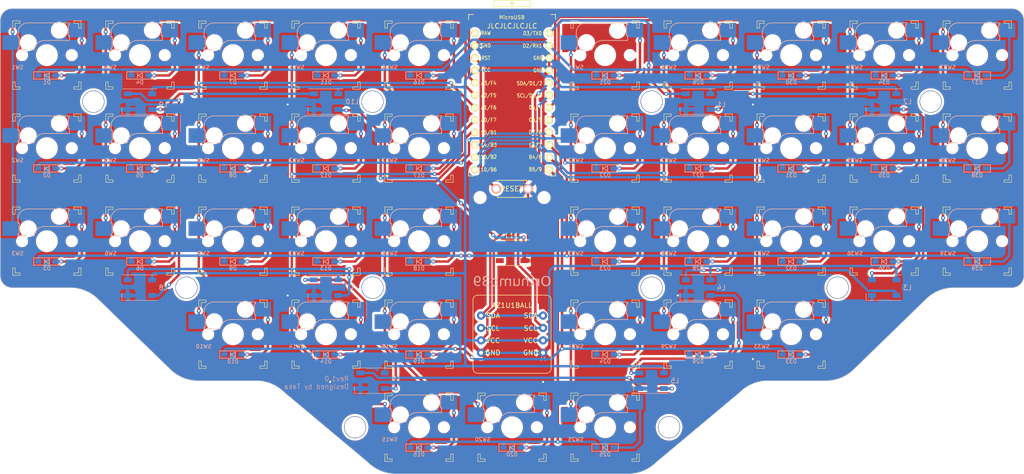
<source format=kicad_pcb>
(kicad_pcb (version 20221018) (generator pcbnew)
  (layers (0 "F.Cu" signal) (31 "B.Cu" signal) (34 "B.Paste" user) (35 "F.Paste" user) (36 "B.SilkS" user "B.Silkscreen") (37 "F.SilkS" user "F.Silkscreen") (38 "B.Mask" user) (39 "F.Mask" user) (44 "Edge.Cuts" user))
  (net 0 "")
  (net 1 "SDA")
  (net 2 "SCL")
  (net 3 "VCC")
  (net 4 "GND")
  (net 5 "Row0")
  (net 6 "Net-(D1-A)")
  (net 7 "Row1")
  (net 8 "Net-(D2-A)")
  (net 9 "Row2")
  (net 10 "Net-(D3-A)")
  (net 11 "Net-(D4-A)")
  (net 12 "Net-(D5-A)")
  (net 13 "Net-(D6-A)")
  (net 14 "Row3")
  (net 15 "Net-(D7-A)")
  (net 16 "Net-(D8-A)")
  (net 17 "Net-(D9-A)")
  (net 18 "Net-(D10-A)")
  (net 19 "Net-(D11-A)")
  (net 20 "Net-(D12-A)")
  (net 21 "Net-(D13-A)")
  (net 22 "Net-(D14-A)")
  (net 23 "Net-(D15-A)")
  (net 24 "Net-(D16-A)")
  (net 25 "Net-(D17-A)")
  (net 26 "Net-(D18-A)")
  (net 27 "Net-(D19-A)")
  (net 28 "Net-(D20-A)")
  (net 29 "Net-(D21-A)")
  (net 30 "Net-(D22-A)")
  (net 31 "Net-(D23-A)")
  (net 32 "Net-(D24-A)")
  (net 33 "Net-(D25-A)")
  (net 34 "Net-(D26-A)")
  (net 35 "Net-(D27-A)")
  (net 36 "Net-(D28-A)")
  (net 37 "Net-(D29-A)")
  (net 38 "Net-(D30-A)")
  (net 39 "Net-(D31-A)")
  (net 40 "Net-(D32-A)")
  (net 41 "Net-(D33-A)")
  (net 42 "Net-(D34-A)")
  (net 43 "Net-(D35-A)")
  (net 44 "Net-(D36-A)")
  (net 45 "Net-(D37-A)")
  (net 46 "Net-(D38-A)")
  (net 47 "Net-(D39-A)")
  (net 48 "Net-(L1-DOUT)")
  (net 49 "LED")
  (net 50 "Col0")
  (net 51 "Col1")
  (net 52 "Col2")
  (net 53 "Col3")
  (net 54 "Col4")
  (net 55 "Col5")
  (net 56 "Col6")
  (net 57 "Col7")
  (net 58 "Col8")
  (net 59 "Col9")
  (net 60 "Reset")
  (net 62 "Net-(L2-DOUT)")
  (net 63 "Net-(L3-DOUT)")
  (net 64 "Row4")
  (net 65 "Net-(L4-DOUT)")
  (net 66 "Net-(L5-DOUT)")
  (net 67 "Net-(L6-DOUT)")
  (net 68 "Net-(L7-DOUT)")
  (net 69 "Net-(L8-DOUT)")
  (net 70 "Net-(L10-DIN)")
  (net 71 "Net-(L10-DOUT)")
  (footprint "kbd_Parts:Diode_SMD" (layer "F.Cu") (at 171.450144 118.467287)
    (fp_text reference "D29")
    (fp_text value "D" hide)
  )
  (footprint "kbd_SW:CherryMX_Hotswap_1uex" (layer "F.Cu") (at 190.5 76.2)
    (fp_text reference "SW31")
    (fp_text value "SW_PUSH" hide)
  )
  (footprint "kbd_Parts:Diode_SMD" (layer "F.Cu") (at 76.200064 118.467287)
    (fp_text reference "D10")
    (fp_text value "D" hide)
  )
  (footprint "kbd_Parts:Diode_SMD" (layer "F.Cu") (at 228.600192 61.317239)
    (fp_text reference "D37")
    (fp_text value "D" hide)
  )
  (footprint "kbd_Parts:Diode_SMD" (layer "F.Cu") (at 152.400128 99.417271)
    (fp_text reference "D23")
    (fp_text value "D" hide)
  )
  (footprint "kbd_SW:CherryMX_Hotswap_1uex" (layer "F.Cu") (at 152.4 57.15)
    (fp_text reference "SW21")
    (fp_text value "SW_PUSH" hide)
  )
  (footprint "kbd_Parts:Diode_SMD" (layer "F.Cu") (at 152.400128 80.367255)
    (fp_text reference "D22")
    (fp_text value "D" hide)
  )
  (footprint "kbd_Parts:Diode_SMD" (layer "F.Cu") (at 114.300096 99.417271)
    (fp_text reference "D18")
    (fp_text value "D" hide)
  )
  (footprint "kbd_SW:CherryMX_Hotswap_1uex" (layer "F.Cu") (at 38.1 57.15)
    (fp_text reference "SW1")
    (fp_text value "SW_PUSH" hide)
  )
  (footprint "kbd_SW:CherryMX_Hotswap_1uex" (layer "F.Cu") (at 171.45 57.15)
    (fp_text reference "SW26")
    (fp_text value "SW_PUSH" hide)
  )
  (footprint "kbd_SW:CherryMX_Hotswap_1uex" (layer "F.Cu") (at 133.35 133.35)
    (fp_text reference "SW20")
    (fp_text value "SW_PUSH" hide)
  )
  (footprint "kbd_Parts:Diode_SMD" (layer "F.Cu") (at 95.25008 61.317239)
    (fp_text reference "D11")
    (fp_text value "D" hide)
  )
  (footprint "kbd_Parts:Diode_SMD" (layer "F.Cu") (at 76.200064 80.367255)
    (fp_text reference "D8")
    (fp_text value "D" hide)
  )
  (footprint "kbd_Parts:Diode_SMD" (layer "F.Cu") (at 114.300096 118.467287)
    (fp_text reference "D19")
    (fp_text value "D" hide)
  )
  (footprint "kbd_SW:CherryMX_Hotswap_1uex" (layer "F.Cu") (at 95.25 95.25)
    (fp_text reference "SW13")
    (fp_text value "SW_PUSH" hide)
  )
  (footprint "kbd_Parts:Diode_SMD" (layer "F.Cu") (at 95.25008 80.367255)
    (fp_text reference "D12")
    (fp_text value "D" hide)
  )
  (footprint "kbd_SW:CherryMX_Hotswap_1uex" (layer "F.Cu") (at 228.6 57.15)
    (fp_text reference "SW37")
    (fp_text value "SW_PUSH" hide)
  )
  (footprint "kbd_Hole:m2_Spacer_Hole" (layer "F.Cu") (at 104.775 66.675)
    (fp_text reference "Ref**")
    (fp_text value "Val**")
  )
  (footprint "kbd_SW:CherryMX_Hotswap_1uex" (layer "F.Cu") (at 114.3 133.35)
    (fp_text reference "SW15")
    (fp_text value "SW_PUSH" hide)
  )
  (footprint "kbd_Parts:Diode_SMD" (layer "F.Cu") (at 171.450144 80.367255)
    (fp_text reference "D27")
    (fp_text value "D" hide)
  )
  (footprint "kbd_Parts:Diode_SMD" (layer "F.Cu") (at 190.511099 61.317239)
    (fp_text reference "D30")
    (fp_text value "D" hide)
  )
  (footprint "kbd_Hole:m2_Screw_Hole" (layer "F.Cu") (at 126.801669 86.320385)
    (fp_text reference "Ref**")
    (fp_text value "Val**")
  )
  (footprint "kbd_Parts:Diode_SMD" (layer "F.Cu") (at 209.550176 80.367255)
    (fp_text reference "D35")
    (fp_text value "D" hide)
  )
  (footprint "kbd_Parts:Diode_SMD" (layer "F.Cu") (at 57.139109 80.367255)
    (fp_text reference "D5")
    (fp_text value "D" hide)
  )
  (footprint "kbd:LED_WS2812B-PLCC4" (layer "F.Cu") (at 133.350112 97.631332)
    (fp_text reference "L11")
    (fp_text value "WS2812B")
  )
  (footprint "kbd_SW:CherryMX_Hotswap_1uex" (layer "F.Cu") (at 228.6 76.2)
    (fp_text reference "SW38")
    (fp_text value "SW_PUSH" hide)
  )
  (footprint "kbd_Parts:Diode_SMD" (layer "F.Cu") (at 38.100032 80.367255)
    (fp_text reference "D2")
    (fp_text value "D" hide)
  )
  (footprint "kbd_SW:CherryMX_Hotswap_1uex" (layer "F.Cu") (at 171.45 76.2)
    (fp_text reference "SW27")
    (fp_text value "SW_PUSH" hide)
  )
  (footprint "kbd_Hole:m2_Spacer_Hole" (layer "F.Cu") (at 66.675 104.775)
    (fp_text reference "Ref**")
    (fp_text value "Val**")
  )
  (footprint "kbd_Parts:Diode_SMD" (layer "F.Cu") (at 171.450144 99.417271)
    (fp_text reference "D28")
    (fp_text value "D" hide)
  )
  (footprint "kbd_SW:CherryMX_Hotswap_1uex" (layer "F.Cu") (at 38.1 95.25)
    (fp_text reference "SW3")
    (fp_text value "SW_PUSH" hide)
  )
  (footprint "kbd_Parts:Diode_SMD" (layer "F.Cu") (at 76.200064 99.417271)
    (fp_text reference "D9")
    (fp_text value "D" hide)
  )
  (footprint "kbd_Parts:Diode_SMD" (layer "F.Cu") (at 190.50016 118.467287)
    (fp_text reference "D33")
    (fp_text value "D" hide)
  )
  (footprint "kbd_SW:CherryMX_Hotswap_1uex" (layer "F.Cu") (at 76.2 76.2)
    (fp_text reference "SW8")
    (fp_text value "SW_PUSH" hide)
  )
  (footprint "kbd_SW:CherryMX_Hotswap_1uex" (layer "F.Cu") (at 190.5 114.3)
    (fp_text reference "SW33")
    (fp_text value "SW_PUSH" hide)
  )
  (footprint "kbd_Hole:m2_Spacer_Hole" (layer "F.Cu") (at 161.925 66.675)
    (fp_text reference "Ref**")
    (fp_text value "Val**")
  )
  (footprint "kbd_Parts:Diode_SMD" (layer "F.Cu") (at 114.300096 137.517303)
    (fp_text reference "D15")
    (fp_text value "D" hide)
  )
  (footprint "kbd_Hole:m2_Spacer_Hole" (layer "F.Cu") (at 219.075 66.675)
    (fp_text reference "Ref**")
    (fp_text value "Val**")
  )
  (footprint "kbd_Hole:m2_Spacer_Hole" (layer "F.Cu") (at 47.625 66.675)
    (fp_text reference "Ref**")
    (fp_text value "Val**")
  )
  (footprint "kbd_SW:CherryMX_Hotswap_1uex" (layer "F.Cu") (at 171.45 114.3)
    (fp_text reference "SW29")
    (fp_text value "SW_PUSH" hide)
  )
  (footprint "kbd_Parts:Diode_SMD" (layer "F.Cu") (at 114.300096 61.317239)
    (fp_text reference "D16")
    (fp_text value "D" hide)
  )
  (footprint "kbd_SW:CherryMX_Hotswap_1uex" (layer "F.Cu") (at 57.15 76.2)
    (fp_text reference "SW5")
    (fp_text value "SW_PUSH" hide)
  )
  (footprint "kbd_SW:CherryMX_Hotswap_1uex" (layer "F.Cu") (at 190.5 95.25)
    (fp_text reference "SW32")
    (fp_text value "SW_PUSH" hide)
  )
  (footprint "kbd_SW:CherryMX_Hotswap_1uex" (layer "F.Cu") (at 114.3 57.15)
    (fp_text reference "SW16")
    (fp_text value "SW_PUSH" hide)
  )
  (footprint "kbd_SW:CherryMX_Hotswap_1uex" (layer "F.Cu") (at 152.4 114.3)
    (fp_text reference "SW24")
    (fp_text value "SW_PUSH" hide)
  )
  (footprint "kbd_Parts:Diode_SMD" (layer "F.Cu") (at 209.550176 99.417271)
    (fp_text reference "D36")
    (fp_text value "D" hide)
  )
  (footprint "footprint_symbols:AZ1UBALL" (layer "F.Cu") (at 133.35 114.3)
    (fp_text reference "AZ1U1BALL")
    (fp_text value "AZ1UBALL")
  )
  (footprint "kbd_SW:CherryMX_Hotswap_1uex" (layer "F.Cu") (at 114.3 114.3)
    (fp_text reference "SW19")
    (fp_text value "SW_PUSH" hide)
  )
  (footprint "kbd_Hole:m2_Screw_Hole" (layer "F.Cu") (at 139.898555 86.320385)
    (fp_text reference "Ref**")
    (fp_text value "Val**")
  )
  (footprint "kbd_SW:CherryMX_Hotswap_1uex" (layer "F.Cu") (at 171.45 95.25)
    (fp_text reference "SW28")
    (fp_text value "SW_PUSH" hide)
  )
  (footprint "kbd_SW:CherryMX_Hotswap_1uex" (layer "F.Cu") (at 57.15 95.25)
    (fp_text reference "SW6")
    (fp_text value "SW_PUSH" hide)
  )
  (footprint "kbd_Parts:Diode_SMD" (layer "F.Cu") (at 152.400128 61.317239)
    (fp_text reference "D21")
    (fp_text value "D" hide)
  )
  (footprint "kbd_SW:CherryMX_Hotswap_1uex" (layer "F.Cu") (at 209.55 57.15)
    (fp_text reference "SW34")
    (fp_text value "SW_PUSH" hide)
  )
  (footprint "kbd_SW:CherryMX_Hotswap_1uex" (layer "F.Cu") (at 190.5 57.15)
    (fp_text reference "SW30")
    (fp_text value "SW_PUSH" hide)
  )
  (footprint "kbd_SW:CherryMX_Hotswap_1uex" (layer "F.Cu") (at 209.55 76.2)
    (fp_text reference "SW35")
    (fp_text value "SW_PUSH" hide)
  )
  (footprint "kbd_Parts:Diode_SMD" (layer "F.Cu") (at 95.25008 99.417271)
    (fp_text reference "D13")
    (fp_text value "D" hide)
  )
  (footprint "kbd_SW:CherryMX_Hotswap_1uex" (layer "F.Cu") (at 209.55 95.25)
    (fp_text reference "SW36")
    (fp_text value "SW_PUSH" hide)
  )
  (footprint "kbd_Parts:Diode_SMD" (layer "F.Cu") (at 228.600192 80.367255)
    (fp_text reference "D38")
    (fp_text value "D" hide)
  )
  (footprint "kbd_SW:CherryMX_Hotswap_1uex" (layer "F.Cu") (at 76.2 95.25)
    (fp_text reference "SW9")
    (fp_text value "SW_PUSH" hide)
  )
  (footprint "kbd_Parts:Diode_SMD" (layer "F.Cu") (at 38.100032 99.417271)
    (fp_text reference "D3")
    (fp_text value "D" hide)
  )
  (footprint "kbd_SW:CherryMX_Hotswap_1uex" (layer "F.Cu") (at 76.2 57.15)
    (fp_text reference "SW7")
    (fp_text value "SW_PUSH" hide)
  )
  (footprint "kbd_Hole:m2_Spacer_Hole" (layer "F.Cu") (at 165.496875 133.35)
    (fp_text reference "Ref**")
    (fp_text value "Val**")
  )
  (footprint "kbd_SW:CherryMX_Hotswap_1uex" (layer "F.Cu") (at 38.1 76.2)
    (fp_text reference "SW2")
    (fp_text value "SW_PUSH" hide)
  )
  (footprint "kbd_Parts:Diode_SMD" (layer "F.Cu") (at 152.400128 137.517303)
    (fp_text reference "D25")
    (fp_text value "D" hide)
  )
  (footprint "kbd_Parts:Diode_SMD" (layer "F.Cu") (at 190.50016 99.417271)
    (fp_text reference "D32")
    (fp_text value "D" hide)
  )
  (footprint "kbd_SW:CherryMX_Hotswap_1uex" (layer "F.Cu") (at 76.2 114.3)
    (fp_text reference "SW10")
    (fp_text value "SW_PUSH" hide)
  )
  (footprint "kbd_SW:CherryMX_Hotswap_1uex" (layer "F.Cu") (at 152.4 133.35)
    (fp_text reference "SW25")
    (fp_text value "SW_PUSH" hide)
  )
  (footprint "kbd_SW:CherryMX_Hotswap_1uex" (layer "F.Cu") (at 114.3 95.25)
    (fp_text reference "SW18")
    (fp_text value "SW_PUSH" hide)
  )
  (footprint "kbd_SW:CherryMX_Hotswap_1uex" (layer "F.Cu") (at 57.15 57.15)
    (fp_text reference "SW4")
    (fp_text value "SW_PUSH" hide)
  )
  (footprint "kbd_Parts:Diode_SMD" (layer "F.Cu") (at 190.50016 80.367255)
    (fp_text reference "D31")
    (fp_text value "D" hide)
  )
  (footprint "kbd_Hole:m2_Spacer_Hole" (layer "F.Cu") (at 101.203125 133.35)
    (fp_text reference "Ref**")
    (fp_text value "Val**")
  )
  (footprint "kbd_SW:CherryMX_Hotswap_1uex" (layer "F.Cu") (at 114.3 76.2)
    (fp_text reference "SW17")
    (fp_text value "SW_PUSH" hide)
  )
  (footprint "kbd:ProMicro_v3.5" (layer "F.Cu") (at 133.35 67.143361)
    (fp_text reference "U1" hide)
    (fp_text value "ProMicro" hide)
  )
  (footprint "kbd_SW:CherryMX_Hotswap_1uex" (layer "F.Cu") (at 152.4 95.25)
    (fp_text reference "SW23")
    (fp_text value "SW_PUSH" hide)
  )
  (footprint "kbd_Parts:Diode_SMD" (layer "F.Cu") (at 228.611131 99.417271)
    (fp_text reference "D39")
    (fp_text value "D" hide)
  )
  (footprint "kbd_Parts:Diode_SMD" (layer "F.Cu") (at 209.561115 61.317239)
    (fp_text reference "D34")
    (fp_text value "D" hide)
  )
  (footprint "kbd_Parts:Diode_SMD" (layer "F.Cu") (at 133.350112 137.517303)
    (fp_text reference "D20")
    (fp_text value "D" hide)
  )
  (footprint "kbd_Parts:Diode_SMD" (layer "F.Cu") (at 114.300096 80.367255)
    (fp_text reference "D17")
    (fp_text value "D" hide)
  )
  (footprint "kbd_Hole:m2_Spacer_Hole" (layer "F.Cu") (at 104.775 104.775)
    (fp_text reference "Ref**")
    (fp_text value "Val**")
  )
  (footprint "kbd_SW:CherryMX_Hotswap_1uex" (layer "F.Cu") (at 95.25 114.3)
    (fp_text reference "SW14")
    (fp_text value "SW_PUSH" hide)
  )
  (footprint "kbd_SW:CherryMX_Hotswap_1uex" (layer "F.Cu") (at 228.6 95.25)
    (fp_text reference "SW39")
    (fp_text value "SW_PUSH" hide)
  )
  (footprint "kbd_SW:CherryMX_Hotswap_1uex" (layer "F.Cu") (at 95.25 57.15)
    (fp_text reference "SW11")
    (fp_text value "SW_PUSH" hide)
  )
  (footprint "kbd_Hole:m2_Spacer_Hole" (layer "F.Cu") (at 200.025 104.775)
    (fp_text reference "Ref**")
    (fp_text value "Val**")
  )
  (footprint "kbd_Parts:Diode_SMD" (layer "F.Cu") (at 57.150048 99.417271)
    (fp_text reference "D6")
    (fp_text value "D" hide)
  )
  (footprint "kbd_Parts:Diode_SMD" (layer "F.Cu") (at 57.150048 61.317239)
    (fp_text reference "D4")
    (fp_text value "D" hide)
  )
  (footprint "kbd_Hole:m2_Spacer_Hole" (layer "F.Cu") (at 161.925 104.775)
    (fp_text reference "Ref**")
    (fp_text value "Val**")
  )
  (footprint "kbd_Parts:Diode_SMD" (layer "F.Cu") (at 152.400128 118.467287)
    (fp_text reference "D24")
    (fp_text value "D" hide)
  )
  (footprint "kbd_SW:CherryMX_Hotswap_1uex" (layer "F.Cu") (at 95.25 76.2)
    (fp_text reference "SW12")
    (fp_text value "SW_PUSH" hide)
  )
  (footprint "kbd_Parts:Diode_SMD" (layer "F.Cu") (at 171.450144 61.317239)
    (fp_text reference "D26")
    (fp_text value "D" hide)
  )
  (footprint "kbd_Parts:Diode_SMD" (layer "F.Cu") (at 76.200064 61.317239)
    (fp_text reference "D7")
    (fp_text value "D" hide)
  )
  (footprint "kbd_Parts:Diode_SMD" (layer "F.Cu") (at 38.100032 61.317239)
    (fp_text reference "D1")
    (fp_text value "D" hide)
  )
  (footprint "kbd_SW:CherryMX_Hotswap_1uex" (layer "F.Cu") (at 152.4 76.2)
    (fp_text reference "SW22")
    (fp_text value "SW_PUSH" hide)
  )
  (footprint "kbd_Parts:Diode_SMD" (layer "F.Cu") (at 95.25008 118.467287)
    (fp_text reference "D14")
    (fp_text value "D" hide)
  )
  (footprint "kbd:LED_WS2812B-PLCC4" (layer "B.Cu") (at 95.25008 104.775088 180)
    (fp_text reference "L7")
    (fp_text value "WS2812B")
  )
  (footprint "kbd:LED_WS2812B-PLCC4" (layer "B.Cu") (at 171.450144 104.775088 180)
    (fp_text reference "L4")
    (fp_text value "WS2812B")
  )
  (footprint "kbd:LED_WS2812B-PLCC4" (layer "B.Cu") (at 171.450144 66.675056 180)
    (fp_text reference "L1")
    (fp_text value "WS2812B")
  )
  (footprint "kbd:LED_WS2812B-PLCC4" (layer "B.Cu") (at 161.925136 123.825104 180)
    (fp_text reference "L5")
    (fp_text value "WS2812B")
  )
  (footprint "kbd:LED_WS2812B-PLCC4" (layer "B.Cu") (at 57.150048 66.675056 180)
    (fp_text reference "L9")
    (fp_text value "WS2812B")
  )
  (footprint "kbd:LED_WS2812B-PLCC4" (layer "B.Cu") (at 95.25008 66.675056 180)
    (fp_text reference "L10")
    (fp_text value "WS2812B")
  )
  (footprint "kbd:LED_WS2812B-PLCC4" (layer "B.Cu") (at 209.550176 66.675056 180)
    (fp_text reference "L2")
    (fp_text value "WS2812B")
  )
  (footprint "kbd:LED_WS2812B-PLCC4" (layer "B.Cu") (at 57.150048 104.775088 180)
    (fp_text reference "L8")
    (fp_text value "WS2812B")
  )
  (footprint "kbd_Parts:ResetSW" (layer "B.Cu") (at 133.350112 84.534446 180)
    (fp_text reference "SW40" hide)
    (fp_text value "SW_PUSH")
  )
  (footprint "kbd:LED_WS2812B-PLCC4" (layer "B.Cu") (at 209.550176 104.775088 180)
    (fp_text reference "L3")
    (fp_text value "WS2812B")
  )
  (footprint "kbd:LED_WS2812B-PLCC4" (layer "B.Cu") (at 104.775088 123.825104 180)
    (fp_text reference "L6")
    (fp_text value "WS2812B")
  )
  (gr_line (start 235.74375 47.625) (end 30.95625 47.625) (stroke (width 0.1)) (layer "Edge.Cuts"))
  (gr_line (start 28.575 50.00625) (end 28.575 102.39375) (stroke (width 0.1)) (layer "Edge.Cuts"))
  (gr_arc (start 218.088656 107.156249) (mid 220.726247 105.393871) (end 223.8375 104.775) (stroke (width 0.1)) (layer "Edge.Cuts"))
  (gr_line (start 223.8375 104.775) (end 235.74375 104.775) (stroke (width 0.1)) (layer "Edge.Cuts"))
  (gr_arc (start 80.9625 123.825) (mid 84.073752 124.443866) (end 86.711344 126.206249) (stroke (width 0.1)) (layer "Edge.Cuts"))
  (gr_arc (start 30.95625 104.775) (mid 29.272452 104.077548) (end 28.575 102.39375) (stroke (width 0.1)) (layer "Edge.Cuts"))
  (gr_arc (start 179.988656 126.206249) (mid 182.626244 124.443857) (end 185.7375 123.825) (stroke (width 0.1)) (layer "Edge.Cuts"))
  (gr_arc (start 69.05625 123.825) (mid 65.944998 123.206134) (end 63.307406 121.443751) (stroke (width 0.1)) (layer "Edge.Cuts"))
  (gr_line (start 48.611344 107.156249) (end 63.307406 121.443751) (stroke (width 0.1)) (layer "Edge.Cuts"))
  (gr_arc (start 109.5375 142.875) (mid 106.426247 142.256135) (end 103.788656 140.493751) (stroke (width 0.1)) (layer "Edge.Cuts"))
  (gr_line (start 69.05625 123.825) (end 80.9625 123.825) (stroke (width 0.1)) (layer "Edge.Cuts"))
  (gr_arc (start 28.575 50.00625) (mid 29.272452 48.322452) (end 30.95625 47.625) (stroke (width 0.1)) (layer "Edge.Cuts"))
  (gr_line (start 86.711344 126.206249) (end 103.788656 140.493751) (stroke (width 0.1)) (layer "Edge.Cuts"))
  (gr_arc (start 235.74375 47.625) (mid 237.427548 48.322452) (end 238.125 50.00625) (stroke (width 0.1)) (layer "Edge.Cuts"))
  (gr_line (start 197.64375 123.825) (end 185.7375 123.825) (stroke (width 0.1)) (layer "Edge.Cuts"))
  (gr_line (start 238.125 102.39375) (end 238.125 50.00625) (stroke (width 0.1)) (layer "Edge.Cuts"))
  (gr_arc (start 162.911344 140.493751) (mid 160.273747 142.256122) (end 157.1625 142.875) (stroke (width 0.1)) (layer "Edge.Cuts"))
  (gr_line (start 218.088656 107.156249) (end 203.392594 121.443751) (stroke (width 0.1)) (layer "Edge.Cuts"))
  (gr_arc (start 238.125 102.39375) (mid 237.427548 104.077548) (end 235.74375 104.775) (stroke (width 0.1)) (layer "Edge.Cuts"))
  (gr_line (start 179.988656 126.206249) (end 162.911344 140.493751) (stroke (width 0.1)) (layer "Edge.Cuts"))
  (gr_arc (start 42.8625 104.775) (mid 45.973752 105.393866) (end 48.611344 107.156249) (stroke (width 0.1)) (layer "Edge.Cuts"))
  (gr_line (start 109.5375 142.875) (end 157.1625 142.875) (stroke (width 0.1)) (layer "Edge.Cuts"))
  (gr_line (start 30.95625 104.775) (end 42.8625 104.775) (stroke (width 0.1)) (layer "Edge.Cuts"))
  (gr_arc (start 203.392594 121.443751) (mid 200.755015 123.206165) (end 197.64375 123.825) (stroke (width 0.1)) (layer "Edge.Cuts"))
  (gr_text "Rev1.0\nDesigned by Taka" (at 100.012584 125.611043) (layer "B.SilkS") (effects (font (size 1 1) (thickness 0.1)) (justify left bottom mirror)))
  (gr_text "Orthumb39" (at 133.35 104.775) (layer "B.SilkS") (effects (font (size 2 2) (thickness 0.225)) (justify bottom mirror)))
  (gr_text "JLCJLCJLCJLC" (at 133.350112 51.196918) (layer "F.SilkS") (effects (font (size 1 1))))
  (segment (start 133.900112 84.193887) (end 133.900112 90.975104) (width 0.5) (layer "F.Cu") (net 1))
  (segment (start 138.0499 67.970914) (end 138.112616 68.03363) (width 0.5) (layer "F.Cu") (net 1))
  (segment (start 128.900112 95.975104) (end 128.900112 108.589888) (width 0.5) (layer "F.Cu") (net 1))
  (segment (start 128.900112 108.589888) (end 127 110.49) (width 0.5) (layer "F.Cu") (net 1))
  (segment (start 138.112616 79.981383) (end 133.900112 84.193887) (width 0.5) (layer "F.Cu") (net 1))
  (segment (start 133.900112 90.975104) (end 128.900112 95.975104) (width 0.5) (layer "F.Cu") (net 1))
  (segment (start 138.802787 64.983975) (end 138.0499 65.736862) (width 0.5) (layer "F.Cu") (net 1))
  (segment (start 138.112616 68.03363) (end 138.112616 79.981383) (width 0.5) (layer "F.Cu") (net 1))
  (segment (start 138.0499 65.736862) (end 138.0499 67.970914) (width 0.5) (layer "F.Cu") (net 1))
  (via (at 138.802787 64.983975) (size 0.8) (drill 0.4) (layers "F.Cu" "B.Cu") (net 1))
  (segment (start 138.802787 64.983975) (end 140.9614 62.825361) (width 0.5) (layer "B.Cu") (net 1))
  (segment (start 127 110.49) (end 139.7 110.49) (width 0.5) (layer "B.Cu") (net 1))
  (segment (start 134.600112 84.483836) (end 138.8999 80.184048) (width 0.5) (layer "F.Cu") (net 2))
  (segment (start 138.8999 80.184048) (end 138.8999 67.618832) (width 0.5) (layer "F.Cu") (net 2))
  (segment (start 138.112616 103.584462) (end 134.600112 100.071958) (width 0.5) (layer "F.Cu") (net 2))
  (segment (start 138.112616 111.442616) (end 138.112616 103.584462) (width 0.5) (layer "F.Cu") (net 2))
  (segment (start 139.7 113.03) (end 138.112616 111.442616) (width 0.5) (layer "F.Cu") (net 2))
  (segment (start 134.600112 100.071958) (end 134.600112 84.483836) (width 0.5) (layer "F.Cu") (net 2))
  (via (at 138.8999 67.618832) (size 0.8) (drill 0.4) (layers "F.Cu" "B.Cu") (net 2))
  (segment (start 138.8999 67.426861) (end 140.9614 65.365361) (width 0.5) (layer "B.Cu") (net 2))
  (segment (start 127 113.03) (end 139.7 113.03) (width 0.5) (layer "B.Cu") (net 2))
  (segment (start 138.8999 67.618832) (end 138.8999 67.426861) (width 0.5) (layer "B.Cu") (net 2))
  (segment (start 130.604799 96.031332) (end 129.600112 97.036019) (width 0.5) (layer "F.Cu") (net 3))
  (segment (start 128.3 110.17995) (end 128.3 114.27) (width 0.5) (layer "F.Cu") (net 3))
  (segment (start 129.600112 97.036019) (end 129.600112 108.879838) (width 0.5) (layer "F.Cu") (net 3))
  (segment (start 128.3 114.27) (end 127 115.57) (width 0.5) (layer "F.Cu") (net 3))
  (segment (start 129.600112 108.879838) (end 128.3 110.17995) (width 0.5) (layer "F.Cu") (net 3))
  (segment (start 130.850112 96.031332) (end 130.604799 96.031332) (width 0.5) (layer "F.Cu") (net 3))
  (segment (start 123.749965 102.318697) (end 123.749965 102.393836) (width 0.5) (layer "B.Cu") (net 3))
  (segment (start 125.7414 60.285361) (end 138.866677 60.285361) (width 0.5) (layer "B.Cu") (net 3))
  (segment (start 141 114.895409) (end 140.998977 114.961749) (width 0.5) (layer "B.Cu") (net 3))
  (segment (start 123.229791 101.798523) (end 123.749965 101.798523) (width 0.5) (layer "B.Cu") (net 3))
  (segment (start 211.454863 63.698491) (end 174.426709 63.698491) (width 0.5) (layer "B.Cu") (net 3))
  (segment (start 97.154767 63.698491) (end 97.036019 63.698491) (width 0.5) (layer "B.Cu") (net 3))
  (segment (start 123.749965 115.490722) (end 123.749965 116.086035) (width 0.5) (layer "B.Cu") (net 3))
  (segment (start 140.078677 61.497361) (end 141.347427 61.497361) (width 0.5) (layer "B.Cu") (net 3))
  (segment (start 163.711075 120.848539) (end 124.420417 120.848539) (width 0.5) (layer "B.Cu") (net 3))
  (segment (start 123.154652 120.848539) (end 123.229791 120.848539) (width 0.5) (layer "B.Cu") (net 3))
  (segment (start 140.644462 115.492315) (end 140.521881 115.543091) (width 0.5) (layer "B.Cu") (net 3))
  (segment (start 124.420417 115.57) (end 123.829243 115.57) (width 0.5) (layer "B.Cu") (net 3))
  (segment (start 123.749965 63.178317) (end 123.749965 62.276796) (width 0.5) (layer "B.Cu") (net 3))
  (segment (start 140.391749 115.568977) (end 140.325409 115.57) (width 0.5) (layer "B.Cu") (net 3))
  (segment (start 141.000897 101.291494) (end 141.000897 102.415687) (width 0.5) (layer "B.Cu") (net 3))
  (segment (start 140.521881 115.543091) (end 140.391749 115.568977) (width 0.5) (layer "B.Cu") (net 3))
  (segment (start 124.420417 115.57) (end 124.266 115.57) (width 0.5) (layer "B.Cu") (net 3))
  (segment (start 123.749965 102.393836) (end 123.749965 114.895409) (width 0.5) (layer "B.Cu") (net 3))
  (segment (start 140.922315 115.214462) (end 140.848601 115.324782) (width 0.5) (layer "B.Cu") (net 3))
  (segment (start 141 102.483017) (end 141 114.895409) (width 0.5) (layer "B.Cu") (net 3))
  (segment (start 173.354831 63.698491) (end 173.236083 63.698491) (width 0.5) (layer "B.Cu") (net 3))
  (segment (start 127 115.57) (end 139.7 115.57) (width 0.5) (layer "B.Cu") (net 3))
  (segment (start 142.1734 62.323334) (end 142.1734 62.401458) (width 0.5) (layer "B.Cu") (net 3))
  (segment (start 107.870401 120.848539) (end 123.229791 120.848539) (width 0.5) (layer "B.Cu") (net 3))
  (segment (start 107.275088 122.225104) (end 107.275088 121.443852) (width 0.5) (layer "B.Cu") (net 3))
  (segment (start 173.950144 100.461019) (end 173.831396 100.342271) (width 0.5) (layer "B.Cu") (net 3))
  (segment (start 173.236083 63.698491) (end 174.426709 63.698491) (width 0.5) (layer "B.Cu") (net 3))
  (segment (start 212.050176 65.075056) (end 212.050176 64.293804) (width 0.5) (layer "B.Cu") (net 3))
  (segment (start 124.345278 120.848539) (end 124.420417 120.848539) (width 0.5) (layer "B.Cu") (net 3))
  (segment (start 174.426709 100.342271) (end 173.831396 100.342271) (width 0.5) (layer "B.Cu") (net 3))
  (segment (start 97.75008 65.075056) (end 97.75008 64.293804) (width 0.5) (layer "B.Cu") (net 3))
  (segment (start 124.420417 120.848539) (end 123.229791 120.848539) (width 0.5) (layer "B.Cu") (net 3))
  (segment (start 211.336115 100.342271) (end 174.426709 100.342271) (width 0.5) (layer "B.Cu") (net 3))
  (segment (start 97.75008 103.175088) (end 97.75008 102.275088) (width 0.5) (layer "B.Cu") (net 3))
  (segment (start 140.998977 114.961749) (end 140.973091 115.091881) (width 0.5) (layer "B.Cu") (net 3))
  (segment (start 59.650048 103.175088) (end 59.650048 102.275088) (width 0.5) (layer "B.Cu") (net 3))
  (segment (start 98.226645 63.698491) (end 97.036019 63.698491) (width 0.5) (layer "B.Cu") (net 3))
  (segment (start 123.749965 114.895409) (end 123.749965 115.490722) (width 0.5) (layer "B.Cu") (net 3))
  (segment (start 123.749965 101.20321) (end 123.749965 101.798523) (width 0.5) (layer "B.Cu") (net 3))
  (segment (start 98.226645 101.798523) (end 123.229791 101.798523) (width 0.5) (layer "B.Cu") (net 3))
  (segment (start 123.749965 64.293804) (end 123.749965 101.20321) (width 0.5) (layer "B.Cu") (net 3))
  (segment (start 142.1734 62.401458) (end 143.470433 63.698491) (width 0.5) (layer "B.Cu") (net 3))
  (segment (start 123.749965 101.278349) (end 123.749965 101.20321) (width 0.5) (layer "B.Cu") (net 3))
  (segment (start 173.950144 64.293804) (end 173.950144 64.175056) (width 0.5) (layer "B.Cu") (net 3))
  (segment (start 97.273515 101.798523) (end 98.226645 101.798523) (width 0.5) (layer "B.Cu") (net 3))
  (segment (start 141.000897 102.415687) (end 141 102.483017) (width 0.5) (layer "B.Cu") (net 3))
  (segment (start 60.126613 101.798523) (end 97.036019 101.798523) (width 0.5) (layer "B.Cu") (net 3))
  (segment (start 173.473579 100.342271) (end 173.236083 100.342271) (width 0.5) (layer "B.Cu") (net 3))
  (segment (start 138.866677 60.285361) (end 140.078677 61.497361) (width 0.5) (layer "B.Cu") (net 3))
  (segment (start 97.273515 101.798523) (end 97.036019 101.798523) (width 0.5) (layer "B.Cu") (net 3))
  (segment (start 123.749965 114.899548) (end 123.749965 114.895409) (width 0.5) (layer "B.Cu") (net 3))
  (segment (start 98.226645 63.698491) (end 123.229791 63.698491) (width 0.5) (layer "B.Cu") (net 3))
  (segment (start 141.95012 100.342271) (end 141.000897 101.291494) (width 0.5) (layer "B.Cu") (net 3))
  (segment (start 140.325409 115.57) (end 139.7 115.57) (width 0.5) (layer "B.Cu") (net 3))
  (segment (start 173.950144 103.175088) (end 173.950144 101.20321) (width 0.5) (layer "B.Cu") (net 3))
  (segment (start 123.749965 62.276796) (end 123.749965 64.293804) (width 0.5) (layer "B.Cu") (net 3))
  (segment (start 212.050176 103.175088) (end 212.050176 101.056332) (width 0.5) (layer "B.Cu") (net 3))
  (segment (start 173.236083 100.342271) (end 141.95012 100.342271) (width 0.5) (layer "B.Cu") (net 3))
  (segment (start 123.829243 115.57) (end 123.749965 115.490722) (width 0.5) (layer "B.Cu") (net 3))
  (segment (start 123.749965 101.798523) (end 123.749965 102.393836) (width 0.5) (layer "B.Cu") (net 3))
  (segment (start 173.950144 64.293804) (end 173.950144 65.075056) (width 0.5) (layer "B.Cu") (net 3))
  (segment (start 164.425136 122.225104) (end 164.425136 121.5626) (width 0.5) (layer "B.Cu") (net 3))
  (segment (start 141.347427 61.497361) (end 142.1734 62.323334) (width 0.5) (layer "B.Cu") (net 3))
  (segment (start 173.950144 101.20321) (end 173.950144 100.461019) (width 0.5) (layer "B.Cu") (net 3))
  (segment (start 140.848601 115.324782) (end 140.754782 115.418601) (width 0.5) (layer "B.Cu") (net 3))
  (segment (start 140.754782 115.418601) (end 140.644462 115.492315) (width 0.5) (layer "B.Cu") (net 3))
  (segment (start 127 115.57) (end 124.420417 115.57) (width 0.5) (layer "B.Cu") (net 3))
  (segment (start 212.050176 101.056332) (end 211.336115 100.342271) (width 0.5) (layer "B.Cu") (net 3))
  (segment (start 143.470433 63.698491) (end 173.236083 63.698491) (width 0.5) (layer "B.Cu") (net 3))
  (segment (start 173.950144 101.20321) (end 173.950144 100.818836) (width 0.5) (layer "B.Cu") (net 3))
  (segment (start 125.7414 60.285361) (end 123.749965 62.276796) (width 0.5) (layer "B.Cu") (net 3))
  (segment (start 123.749965 116.086035) (end 123.749965 120.253226) (width 0.5) (layer "B.Cu") (net 3))
  (segment (start 140.973091 115.091881) (end 140.922315 115.214462) (width 0.5) (layer "B.Cu") (net 3))
  (segment (start 173.831396 100.342271) (end 173.236083 100.342271) (width 0.5) (layer "B.Cu") (net 3))
  (segment (start 123.749965 64.218665) (end 123.749965 64.293804) (width 0.5) (layer "B.Cu") (net 3))
  (segment (start 97.036019 63.698491) (end 60.126613 63.698491) (width 0.5) (layer "B.Cu") (net 3))
  (segment (start 59.650048 65.075056) (end 59.650048 64.175056) (width 0.5) (layer "B.Cu") (net 3))
  (arc (start 123.229791 63.698491) (mid 123.59761 63.546136) (end 123.749965 63.178317) (width 0.5) (layer "B.Cu") (net 3))
  (arc (start 97.75008 64.175056) (mid 97.889663 63.838074) (end 98.226645 63.698491) (width 0.5) (layer "B.Cu") (net 3))
  (arc (start 173.950144 64.293804) (mid 173.775781 63.872854) (end 173.354831 63.698491) (width 0.5) (layer "B.Cu") (net 3))
  (arc (start 107.275088 121.443852) (mid 107.449451 121.022902) (end 107.870401 120.848539) (width 0.5) (layer "B.Cu") (net 3))
  (arc (start 123.749965 120.253226) (mid 123.924328 120.674176) (end 124.345278 120.848539) (width 0.5) (layer "B.Cu") (net 3))
  (arc (start 97.75008 64.293804) (mid 97.575717 63.872854) (end 97.154767 63.698491) (width 0.5) (layer "B.Cu") (net 3))
  (arc (start 212.050176 64.293804) (mid 211.875813 63.872854) (end 211.454863 63.698491) (width 0.5) (layer "B.Cu") (net 3))
  (arc (start 97.75008 102.275088) (mid 97.889663 101.938106) (end 98.226645 101.798523) (width 0.5) (layer "B.Cu") (net 3))
  (arc (start 59.650048 102.275088) (mid 59.789631 101.938106) (end 60.126613 101.798523) (width 0.5) (layer "B.Cu") (net 3))
  (arc (start 124.420417 115.57) (mid 123.946336 115.373629) (end 123.749965 114.899548) (width 0.5) (layer "B.Cu") (net 3))
  (arc (start 123.229791 63.698491) (mid 123.59761 63.850846) (end 123.749965 64.218665) (width 0.5) (layer "B.Cu") (net 3))
  (arc (start 173.950144 100.818836) (mid 174.089727 100.481854) (end 174.426709 100.342271) (width 0.5) (layer "B.Cu") (net 3))
  (arc (start 173.950144 100.818836) (mid 173.810561 100.481854) (end 173.473579 100.342271) (width 0.5) (layer "B.Cu") (net 3))
  (arc (start 59.650048 64.175056) (mid 59.789631 63.838074) (end 60.126613 63.698491) (width 0.5) (layer "B.Cu") (net 3))
  (arc (start 123.229791 101.798523) (mid 123.59761 101.950878) (end 123.749965 102.318697) (width 0.5) (layer "B.Cu") (net 3))
  (arc (start 123.229791 101.798523) (mid 123.59761 101.646168) (end 123.749965 101.278349) (width 0.5) (layer "B.Cu") (net 3))
  (arc (start 124.266 115.57) (mid 123.901108 115.721143) (end 123.749965 116.086035) (width 0.5) (layer "B.Cu") (net 3))
  (arc (start 97.75008 102.275088) (mid 97.610497 101.938106) (end 97.273515 101.798523) (width 0.5) (layer "B.Cu") (net 3))
  (arc (start 164.425136 121.5626) (mid 164.215992 121.057683) (end 163.711075 120.848539) (width 0.5) (layer "B.Cu") (net 3))
  (arc (start 173.950144 64.175056) (mid 174.089727 63.838074) (end 174.426709 63.698491) (width 0.5) (layer "B.Cu") (net 3))
  (arc (start 123.749965 120.253226) (mid 123.575602 120.674176) (end 123.154652 120.848539) (width 0.5) (layer "B.Cu") (net 3))
  (segment (start 87.4005 106.375088) (end 87.4005 67.270369) (width 0.5) (layer "F.Cu") (net 4))
  (segment (start 136.92199 99.231332) (end 137.107929 99.231332) (width 0.5) (layer "F.Cu") (net 4))
  (segment (start 182.65 102.05221) (end 182.65 101.5) (width 0.5) (layer "F.Cu") (net 4))
  (segment (start 136.600112 94.581332) (end 137.517303 95.498523) (width 0.5) (layer "F.Cu") (net 4))
  (segment (start 139.7494 61.497361) (end 139.7494 81.385158) (width 0.5) (layer "F.Cu") (net 4))
  (segment (start 141 116.81) (end 139.7 118.11) (width 0.5) (layer "F.Cu") (net 4))
  (segment (start 141 109.951522) (end 141 116.81) (width 0.5) (layer "F.Cu") (net 4))
  (segment (start 140.9614 60.285361) (end 139.7494 61.497361) (width 0.5) (layer "F.Cu") (net 4))
  (segment (start 137.517303 95.498523) (end 137.517303 100.012584) (width 0.5) (layer "F.Cu") (net 4))
  (segment (start 182.65 102.05321) (end 182 102.05321) (width 0.5) (layer "F.Cu") (net 4))
  (segment (start 137.517303 99.826645) (end 137.517303 100.012584) (width 0.5) (layer "F.Cu") (net 4))
  (segment (start 135.850112 99.231332) (end 136.92199 99.231332) (width 0.5) (layer "F.Cu") (net 4))
  (segment (start 182.65 101.5) (end 182.65 67.270869) (width 0.5) (layer "F.Cu") (net 4))
  (segment (start 137.517303 98.636019) (end 137.517303 98.226645) (width 0.5) (layer "F.Cu") (net 4))
  (segment (start 87.4005 115.390961) (end 87.4005 106.375088) (width 0.5) (layer "F.Cu") (net 4))
  (segment (start 167.282953 102.989149) (end 167.282953 106.375088) (width 0.5) (layer "F.Cu") (net 4))
  (segment (start 182.65 67.270869) (end 182.6505 67.270369) (width 0.5) (layer "F.Cu") (net 4))
  (segment (start 182 102.05321) (end 182.09679 102.05321) (width 0.5) (layer "F.Cu") (net 4))
  (segment (start 182.09679 102.05321) (end 182.20371 102.05321) (width 0.5) (layer "F.Cu") (net 4))
  (segment (start 182.6505 102.05271) (end 182.65 102.05321) (width 0.5) (layer "F.Cu") (net 4))
  (segment (start 182.6505 102.05271) (end 182.65 102.05221) (width 0.5) (layer "F.Cu") (net 4))
  (segment (start 138.812616 103.294513) (end 138.812616 107.764138) (width 0.5) (layer "F.Cu") (net 4))
  (segment (start 138.812616 107.764138) (end 141 109.951522) (width 0.5) (layer "F.Cu") (net 4))
  (segment (start 139.7494 81.385158) (end 136.600112 84.534446) (width 0.5) (layer "F.Cu") (net 4))
  (segment (start 96.088831 124.079291) (end 87.4005 115.390961) (width 0.5) (layer "F.Cu") (net 4))
  (segment (start 137.517303 100.012584) (end 137.517303 101.999199) (width 0.5) (layer "F.Cu") (net 4))
  (segment (start 182 102.05321) (end 168.218892 102.05321) (width 0.5) (layer "F.Cu") (net 4))
  (segment (start 168.218892 102.05321) (end 167.282953 102.989149) (width 0.5) (layer "F.Cu") (net 4))
  (segment (start 136.600112 84.534446) (end 136.600112 94.581332) (width 0.5) (layer "F.Cu") (net 4))
  (segment (start 137.517303 98.226645) (end 137.517303 98.821958) (width 0.5) (layer "F.Cu") (net 4))
  (segment (start 182.6505 102.5) (end 182.6505 102.05271) (width 0.5) (layer "F.Cu") (net 4))
  (segment (start 182.6505 119.392287) (end 182.6505 102.5) (width 0.5) (layer "F.Cu") (net 4))
  (segment (start 139.7 124.079291) (end 139.7 118.11) (width 0.5) (layer "F.Cu") (net 4))
  (segment (start 137.517303 101.999199) (end 138.812616 103.294513) (width 0.5) (layer "F.Cu") (net 4))
  (segment (start 137.517303 95.498523) (end 137.517303 98.226645) (width 0.5) (layer "F.Cu") (net 4))
  (segment (start 140.9614 60.285361) (end 140.9614 57.745361) (width 0.5) (layer "F.Cu") (net 4))
  (via (at 87.4005 67.270369) (size 0.8) (drill 0.4) (layers "F.Cu" "B.Cu") (net 4))
  (via (at 167.282953 106.375088) (size 0.8) (drill 0.4) (layers "F.Cu" "B.Cu") (net 4))
  (via (at 182.6505 119.392287) (size 0.8) (drill 0.4) (layers "F.Cu" "B.Cu") (net 4))
  (via (at 87.4005 106.375088) (size 0.8) (drill 0.4) (layers "F.Cu" "B.Cu") (net 4))
  (via (at 139.7 124.079291) (size 0.8) (drill 0.4) (layers "F.Cu" "B.Cu") (net 4))
  (via (at 182.6505 67.270369) (size 0.8) (drill 0.4) (layers "F.Cu" "B.Cu") (net 4))
  (via (at 96.088831 124.079291) (size 0.8) (drill 0.4) (layers "F.Cu" "B.Cu") (net 4))
  (arc (start 182.09679 102.05321) (mid 182.487969 101.891179) (end 182.65 101.5) (width 0.5) (layer "F.Cu") (net 4))
  (arc (start 136.92199 99.231332) (mid 137.34294 99.056969) (end 137.517303 98.636019) (width 0.5) (layer "F.Cu") (net 4))
  (arc (start 137.107929 99.231332) (mid 137.3974 99.111429) (end 137.517303 98.821958) (width 0.5) (layer "F.Cu") (net 4))
  (arc (start 182.20371 102.05321) (mid 182.519638 102.184072) (end 182.6505 102.5) (width 0.5) (layer "F.Cu") (net 4))
  (arc (start 136.92199 99.231332) (mid 137.34294 99.405695) (end 137.517303 99.826645) (width 0.5) (layer "F.Cu") (net 4))
  (segment (start 127 118.11) (end 139.7 118.11) (width 0.5) (layer "B.Cu") (net 4))
  (segment (start 182.6505 67.270369) (end 206.573611 67.270369) (width 0.5) (layer "B.Cu") (net 4))
  (segment (start 139.7 124.079291) (end 139.7005 124.079791) (width 0.5) (layer "B.Cu") (net 4))
  (segment (start 207.050176 107.275088) (end 207.050176 106.375088) (width 0.5) (layer "B.Cu") (net 4))
  (segment (start 169.334518 119.392287) (end 164.647014 124.079791) (width 0.5) (layer "B.Cu") (net 4))
  (segment (start 159.425136 125.425104) (end 159.425136 124.793852) (width 0.5) (layer "B.Cu") (net 4))
  (segment (start 139.205361 55.205361) (end 140.9614 56.9614) (width 0.5) (layer "B.Cu") (net 4))
  (segment (start 159.543884 124.079791) (end 160.139197 124.079791) (width 0.5) (layer "B.Cu") (net 4))
  (segment (start 68.460995 107.751653) (end 55.364109 107.751653) (width 0.5) (layer "B.Cu") (net 4))
  (segment (start 159.425136 124.793852) (end 159.425136 124.556356) (width 0.5) (layer "B.Cu") (net 4))
  (segment (start 102.989149 124.079291) (end 102.393836 124.079291) (width 0.5) (layer "B.Cu") (net 4))
  (segment (start 87.4005 67.270369) (end 92.273515 67.270369) (width 0.5) (layer "B.Cu") (net 4))
  (segment (start 139.7005 124.079791) (end 158.353258 124.079791) (width 0.5) (layer "B.Cu") (net 4))
  (segment (start 158.711075 124.079791) (end 158.353258 124.079791) (width 0.5) (layer "B.Cu") (net 4))
  (segment (start 139.7 124.079291) (end 102.989149 124.079291) (width 0.5) (layer "B.Cu") (net 4))
  (segment (start 207.050176 67.746934) (end 207.050176 68.275056) (width 0.5) (layer "B.Cu") (net 4))
  (segment (start 168.950144 106.375088) (end 167.282953 106.375088) (width 0.5) (layer "B.Cu") (net 4))
  (segment (start 54.650048 67.98443) (end 54.650048 68.275056) (width 0.5) (layer "B.Cu") (net 4))
  (segment (start 140.9614 56.9614) (end 140.9614 57.745361) (width 0.5) (layer "B.Cu") (net 4))
  (segment (start 125.7414 55.205361) (end 139.205361 55.205361) (width 0.5) (layer "B.Cu") (net 4))
  (segment (start 87.4005 106.375088) (end 69.83756 106.375088) (width 0.5) (layer "B.Cu") (net 4))
  (segment (start 182.6505 67.270369) (end 169.543712 67.270369) (width 0.5) (layer "B.Cu") (net 4))
  (segment (start 194.932977 119.392287) (end 207.050176 107.275088) (width 0.5) (layer "B.Cu") (net 4))
  (segment (start 102.393836 124.079291) (end 101.20321 124.079291) (width 0.5) (layer "B.Cu") (net 4))
  (segment (start 158.353258 124.079791) (end 158.948571 124.079791) (width 0.5) (layer "B.Cu") (net 4))
  (segment (start 182.6505 119.392287) (end 169.334518 119.392287) (width 0.5) (layer "B.Cu") (net 4))
  (segment (start 87.4005 106.375088) (end 92.75008 106.375088) (width 0.5) (layer "B.Cu") (net 4))
  (segment (start 158.948571 124.079791) (end 159.543884 124.079791) (width 0.5) (layer "B.Cu") (net 4))
  (segment (start 168.950144 67.863937) (end 168.950144 68.275056) (width 0.5) (layer "B.Cu") (net 4))
  (segment (start 159.425136 124.198539) (end 159.543884 124.079791) (width 0.5) (layer "B.Cu") (net 4))
  (segment (start 54.650048 107.037592) (end 54.650048 106.375088) (width 0.5) (layer "B.Cu") (net 4))
  (segment (start 102.275088 125.425104) (end 102.275088 124.198039) (width 0.5) (layer "B.Cu") (net 4))
  (segment (start 182.6505 119.392287) (end 194.932977 119.392287) (width 0.5) (layer "B.Cu") (net 4))
  (segment (start 102.275088 125.425104) (end 102.275088 125.151169) (width 0.5) (layer "B.Cu") (net 4))
  (segment (start 102.275088 125.425104) (end 102.275088 124.793352) (width 0.5) (layer "B.Cu") (net 4))
  (segment (start 69.83756 106.375088) (end 68.460995 107.751653) (width 0.5) (layer "B.Cu") (net 4))
  (segment (start 164.647014 124.079791) (end 160.139197 124.079791) (width 0.5) (layer "B.Cu") (net 4))
  (segment (start 96.088831 124.079291) (end 101.20321 124.079291) (width 0.5) (layer "B.Cu") (net 4))
  (segment (start 87.4005 67.270369) (end 55.364109 67.270369) (width 0.5) (layer "B.Cu") (net 4))
  (segment (start 92.75008 67.746934) (end 92.75008 68.275056) (width 0.5) (layer "B.Cu") (net 4))
  (segment (start 159.425136 125.425104) (end 159.425136 124.198539) (width 0.5) (layer "B.Cu") (net 4))
  (arc (start 102.275088 124.793352) (mid 102.484232 124.288435) (end 102.989149 124.079291) (width 0.5) (layer "B.Cu") (net 4))
  (arc (start 102.275088 125.151169) (mid 101.961142 124.393237) (end 101.20321 124.079291) (width 0.5) (layer "B.Cu") (net 4))
  (arc (start 55.364109 107.751653) (mid 54.859192 107.542509) (end 54.650048 107.037592) (width 0.5) (layer "B.Cu") (net 4))
  (arc (start 159.425136 124.793852) (mid 159.215992 124.288935) (end 158.711075 124.079791) (width 0.5) (layer "B.Cu") (net 4))
  (arc (start 55.364109 67.270369) (mid 54.859182 67.479496) (end 54.650048 67.98443) (width 0.5) (layer "B.Cu") (net 4))
  (arc (start 92.273515 67.270369) (mid 92.61051 67.409924) (end 92.75008 67.746934) (width 0.5) (layer "B.Cu") (net 4))
  (arc (start 159.425136 124.556356) (mid 159.285553 124.219374) (end 158.948571 124.079791) (width 0.5) (layer "B.Cu") (net 4))
  (arc (start 102.275088 124.198039) (mid 102.309868 124.114071) (end 102.393836 124.079291) (width 0.5) (layer "B.Cu") (net 4))
  (arc (start 169.543712 67.270369) (mid 169.123984 67.444201) (end 168.950144 67.863937) (width 0.5) (layer "B.Cu") (net 4))
  (arc (start 159.425136 124.793852) (mid 159.63428 124.288935) (end 160.139197 124.079791) (width 0.5) (layer "B.Cu") (net 4))
  (arc (start 206.573611 67.270369) (mid 206.9106 67.409961) (end 207.050176 67.746934) (width 0.5) (layer "B.Cu") (net 4))
  (segment (start 92.868828 60.126613) (end 93.464141 60.126613) (width 0.5) (layer "B.Cu") (net 5))
  (segment (start 55.364109 60.126613) (end 55.959422 60.126613) (width 0.5) (layer "B.Cu") (net 5))
  (segment (start 140.9614 55.205361) (end 145.882652 60.126613) (width 0.5) (layer "B.Cu") (net 5))
  (segment (start 73.818812 60.126613) (end 74.414125 60.126613) (width 0.5) (layer "B.Cu") (net 5))
  (segment (start 93.47508 60.137552) (end 93.464141 60.126613) (width 0.5) (layer "B.Cu") (net 5))
  (segment (start 140.9614 55.205361) (end 140.2614 54.505361) (width 0.5) (layer "B.Cu") (net 5))
  (segment (start 74.425064 60.721926) (end 74.425064 60.710987) (width 0.5) (layer "B.Cu") (net 5))
  (segment (start 126.755427 54.505361) (end 126.243427 53.993361) (width 0.5) (layer "B.Cu") (net 5))
  (segment (start 150.018876 60.126613) (end 150.614189 60.126613) (width 0.5) (layer "B.Cu") (net 5))
  (segment (start 93.47508 61.317239) (end 93.47508 60.721926) (width 0.5) (layer "B.Cu") (net 5))
  (segment (start 55.375048 61.317239) (end 55.375048 60.721926) (width 0.5) (layer "B.Cu") (net 5))
  (segment (start 207.764237 60.126613) (end 208.35955 60.126613) (width 0.5) (layer "B.Cu") (net 5))
  (segment (start 54.790674 60.126613) (end 54.768796 60.126613) (width 0.5) (layer "B.Cu") (net 5))
  (segment (start 188.140786 60.126613) (end 188.118908 60.126613) (width 0.5) (layer "B.Cu") (net 5))
  (segment (start 150.625128 61.317239) (end 150.625128 60.710987) (width 0.5) (layer "B.Cu") (net 5))
  (segment (start 93.464141 60.126613) (end 94.059454 60.126613) (width 0.5) (layer "B.Cu") (net 5))
  (segment (start 55.959422 60.126613) (end 73.818812 60.126613) (width 0.5) (layer "B.Cu") (net 5))
  (segment (start 74.425064 61.317239) (end 74.425064 60.721926) (width 0.5) (layer "B.Cu") (net 5))
  (segment (start 73.84069 60.126613) (end 73.818812 60.126613) (width 0.5) (layer "B.Cu") (net 5))
  (segment (start 93.47508 60.721926) (end 93.47508 60.710987) (width 0.5) (layer "B.Cu") (net 5))
  (segment (start 55.375048 60.721926) (end 55.375048 60.710987) (width 0.5) (layer "B.Cu") (net 5))
  (segment (start 169.664205 60.126613) (end 170.259518 60.126613) (width 0.5) (layer "B.Cu") (net 5))
  (segment (start 207.168924 60.126613) (end 207.764237 60.126613) (width 0.5) (layer "B.Cu") (net 5))
  (segment (start 188.736099 60.721926) (end 188.736099 60.700048) (width 0.5) (layer "B.Cu") (net 5))
  (segment (start 207.786115 60.721926) (end 207.786115 60.700048) (width 0.5) (layer "B.Cu") (net 5))
  (segment (start 169.068892 60.126613) (end 169.664205 60.126613) (width 0.5) (layer "B.Cu") (net 5))
  (segment (start 188.714221 60.126613) (end 189.309534 60.126613) (width 0.5) (layer "B.Cu") (net 5))
  (segment (start 54.768796 60.126613) (end 55.364109 60.126613) (width 0.5) (layer "B.Cu") (net 5))
  (segment (start 113.10947 60.126613) (end 112.514157 60.126613) (width 0.5) (layer "B.Cu") (net 5))
  (segment (start 188.118908 60.126613) (end 188.714221 60.126613) (width 0.5) (layer "B.Cu") (net 5))
  (segment (start 55.375048 60.721926) (end 55.375048 60.137552) (width 0.5) (layer "B.Cu") (net 5))
  (segment (start 126.243427 53.993361) (end 125.239373 53.993361) (width 0.5) (layer "B.Cu") (net 5))
  (segment (start 188.736099 61.317239) (end 188.736099 60.721926) (width 0.5) (layer "B.Cu") (net 5))
  (segment (start 74.425064 60.137552) (end 74.414125 60.126613) (width 0.5) (layer "B.Cu") (net 5))
  (segment (start 169.675144 61.317239) (end 169.675144 60.721926) (width 0.5) (layer "B.Cu") (net 5))
  (segment (start 111.940722 60.126613) (end 111.918844 60.126613) (width 0.5) (layer "B.Cu") (net 5))
  (segment (start 207.786115 60.721926) (end 207.786115 60.148491) (width 0.5) (layer "B.Cu") (net 5))
  (segment (start 119.106121 60.126613) (end 113.10947 60.126613) (width 0.5) (layer "B.Cu") (net 5))
  (segment (start 75.009438 60.126613) (end 92.868828 60.126613) (width 0.5) (layer "B.Cu") (net 5))
  (segment (start 94.059454 60.126613) (end 111.918844 60.126613) (width 0.5) (layer "B.Cu") (net 5))
  (segment (start 189.309534 60.126613) (end 207.168924 60.126613) (width 0.5) (layer "B.Cu") (net 5))
  (segment (start 112.525096 61.317239) (end 112.525096 60.137552) (width 0.5) (layer "B.Cu") (net 5))
  (segment (start 188.736099 60.721926) (end 188.736099 60.148491) (width 0.5) (layer "B.Cu") (net 5))
  (segment (start 169.675144 60.137552) (end 169.664205 60.126613) (width 0.5) (layer "B.Cu") (net 5))
  (segment (start 145.882652 60.126613) (end 150.018876 60.126613) (width 0.5) (layer "B.Cu") (net 5))
  (segment (start 150.040754 60.126613) (end 150.018876 60.126613) (width 0.5) (layer "B.Cu") (net 5))
  (segment (start 169.675144 60.721926) (end 169.675144 60.137552) (width 0.5) (layer "B.Cu") (net 5))
  (segment (start 207.786115 60.148491) (end 207.764237 60.126613) (width 0.5) (layer "B.Cu") (net 5))
  (segment (start 36.325032 61.317239) (end 36.325032 60.710987) (width 0.5) (layer "B.Cu") (net 5))
  (segment (start 207.786115 61.317239) (end 207.786115 60.721926) (width 0.5) (layer "B.Cu") (net 5))
  (segment (start 169.675144 60.721926) (end 169.675144 60.710987) (width 0.5) (layer "B.Cu") (net 5))
  (segment (start 93.47508 60.721926) (end 93.47508 60.137552) (width 0.5) (layer "B.Cu") (net 5))
  (segment (start 208.35955 60.126613) (end 226.21894 60.126613) (width 0.5) (layer "B.Cu") (net 5))
  (segment (start 125.239373 53.993361) (end 119.106121 60.126613) (width 0.5) (layer "B.Cu") (net 5))
  (segment (start 74.425064 60.721926) (end 74.425064 60.137552) (width 0.5) (layer "B.Cu") (net 5))
  (segment (start 151.209502 60.126613) (end 169.068892 60.126613) (width 0.5) (layer "B.Cu") (net 5))
  (segment (start 140.2614 54.505361) (end 126.755427 54.505361) (width 0.5) (layer "B.Cu") (net 5))
  (segment (start 150.614189 60.126613) (end 151.209502 60.126613) (width 0.5) (layer "B.Cu") (net 5))
  (segment (start 112.525096 60.732865) (end 112.525096 60.710987) (width 0.5) (layer "B.Cu") (net 5))
  (segment (start 92.890706 60.126613) (end 92.868828 60.126613) (width 0.5) (layer "B.Cu") (net 5))
  (segment (start 150.625128 61.317239) (end 150.625128 60.137552) (width 0.5) (layer "B.Cu") (net 5))
  (segment (start 36.909406 60.126613) (end 54.768796 60.126613) (width 0.5) (layer "B.Cu") (net 5))
  (segment (start 112.514157 60.126613) (end 111.918844 60.126613) (width 0.5) (layer "B.Cu") (net 5))
  (segment (start 169.09077 60.126613) (end 169.068892 60.126613) (width 0.5) (layer "B.Cu") (net 5))
  (segment (start 188.736099 60.148491) (end 188.714221 60.126613) (width 0.5) (layer "B.Cu") (net 5))
  (segment (start 207.190802 60.126613) (end 207.168924 60.126613) (width 0.5) (layer "B.Cu") (net 5))
  (segment (start 112.525096 60.732865) (end 112.525096 61.317239) (width 0.5) (layer "B.Cu") (net 5))
  (segment (start 226.825192 61.317239) (end 226.825192 60.732865) (width 0.5) (layer "B.Cu") (net 5))
  (segment (start 74.414125 60.126613) (end 75.009438 60.126613) (width 0.5) (layer "B.Cu") (net 5))
  (segment (start 170.259518 60.126613) (end 188.118908 60.126613) (width 0.5) (layer "B.Cu") (net 5))
  (segment (start 55.375048 60.137552) (end 55.364109 60.126613) (width 0.5) (layer "B.Cu") (net 5))
  (arc (start 112.525096 60.710987) (mid 112.696255 60.297772) (end 113.10947 60.126613) (width 0.5) (layer "B.Cu") (net 5))
  (arc (start 93.47508 60.710987) (mid 93.303921 60.297772) (end 92.890706 60.126613) (width 0.5) (layer "B.Cu") (net 5))
  (arc (start 112.525096 60.710987) (mid 112.353937 60.297772) (end 111.940722 60.126613) (width 0.5) (layer "B.Cu") (net 5))
  (arc (start 150.625128 60.710987) (mid 150.796287 60.297772) (end 151.209502 60.126613) (width 0.5) (layer "B.Cu") (net 5))
  (arc (start 150.625128 60.710987) (mid 150.453969 60.297772) (end 150.040754 60.126613) (width 0.5) (layer "B.Cu") (net 5))
  (arc (start 36.325032 60.710987) (mid 36.496191 60.297772) (end 36.909406 60.126613) (width 0.5) (layer "B.Cu") (net 5))
  (arc (start 207.786115 60.700048) (mid 207.95407 60.294568) (end 208.35955 60.126613) (width 0.5) (layer "B.Cu") (net 5))
  (arc (start 226.825192 60.732865) (mid 226.647625 60.30418) (end 226.21894 60.126613) (width 0.5) (layer "B.Cu") (net 5))
  (arc (start 74.425064 60.710987) (mid 74.596223 60.297772) (end 75.009438 60.126613) (width 0.5) (layer "B.Cu") (net 5))
  (arc (start 169.675144 60.710987) (mid 169.503985 60.297772) (end 169.09077 60.126613) (width 0.5) (layer "B.Cu") (net 5))
  (arc (start 74.425064 60.710987) (mid 74.253905 60.297772) (end 73.84069 60.126613) (width 0.5) (layer "B.Cu") (net 5))
  (arc (start 55.375048 60.710987) (mid 55.203889 60.297772) (end 54.790674 60.126613) (width 0.5) (layer "B.Cu") (net 5))
  (arc (start 55.375048 60.710987) (mid 55.546207 60.297772) (end 55.959422 60.126613) (width 0.5) (layer "B.Cu") (net 5))
  (arc (start 150.625128 60.137552) (mid 150.621924 60.129817) (end 150.614189 60.126613) (width 0.5) (layer "B.Cu") (net 5))
  (arc (start 207.786115 60.721926) (mid 207.611752 60.300976) (end 207.190802 60.126613) (width 0.5) (layer "B.Cu") (net 5))
  (arc (start 188.736099 60.700048) (mid 188.904054 60.294568) (end 189.309534 60.126613) (width 0.5) (layer "B.Cu") (net 5))
  (arc (start 93.47508 60.710987) (mid 93.646239 60.297772) (end 94.059454 60.126613) (width 0.5) (layer "B.Cu") (net 5))
  (arc (start 188.736099 60.721926) (mid 188.561736 60.300976) (end 188.140786 60.126613) (width 0.5) (layer "B.Cu") (net 5))
  (arc (start 112.525096 60.137552) (mid 112.521892 60.129817) (end 112.514157 60.126613) (width 0.5) (layer "B.Cu") (net 5))
  (arc (start 169.675144 60.710987) (mid 169.846303 60.297772) (end 170.259518 60.126613) (width 0.5) (layer "B.Cu") (net 5))
  (segment (start 44.053162 61.317239) (end 41.076597 61.317239) (width 0.5) (layer "F.Cu") (net 6))
  (segment (start 45.243788 60.126613) (end 44.053162 61.317239) (width 0.5) (layer "F.Cu") (net 6))
  (segment (start 45.243788 54.173483) (end 45.243788 60.126613) (width 0.5) (layer "F.Cu") (net 6))
  (via (at 45.243788 54.173483) (size 0.8) (drill 0.4) (layers "F.Cu" "B.Cu") (net 6))
  (via (at 41.076597 61.317239) (size 0.8) (drill 0.4) (layers "F.Cu" "B.Cu") (net 6))
  (segment (start 45.243788 54.173483) (end 45.243788 53.473788) (width 0.5) (layer "B.Cu") (net 6))
  (segment (start 41.076597 61.317239) (end 39.875032 61.317239) (width 0.5) (layer "B.Cu") (net 6))
  (segment (start 45.243788 53.473788) (end 43.8 52.03) (width 0.5) (layer "B.Cu") (net 6))
  (segment (start 142.279807 75.853818) (end 142.279807 74.303768) (width 0.5) (layer "F.Cu") (net 7))
  (segment (start 124.5294 74.664238) (end 124.599965 74.593673) (width 0.5) (layer "F.Cu") (net 7))
  (segment (start 142.279807 74.303768) (end 140.9614 72.985361) (width 0.5) (layer "F.Cu") (net 7))
  (segment (start 144.189683 79.176629) (end 144.189683 77.763694) (width 0.5) (layer "F.Cu") (net 7))
  (segment (start 144.189683 77.763694) (end 142.279807 75.853818) (width 0.5) (layer "F.Cu") (net 7))
  (segment (start 124.5294 77.547694) (end 124.5294 74.664238) (width 0.5) (layer "F.Cu") (net 7))
  (segment (start 122.900465 79.176629) (end 124.5294 77.547694) (width 0.5) (layer "F.Cu") (net 7))
  (via (at 144.189683 79.176629) (size 0.8) (drill 0.4) (layers "F.Cu" "B.Cu") (net 7))
  (via (at 122.900465 79.176629) (size 0.8) (drill 0.4) (layers "F.Cu" "B.Cu") (net 7))
  (via (at 124.599965 74.593673) (size 0.8) (drill 0.4) (layers "F.Cu" "B.Cu") (net 7))
  (segment (start 189.309534 79.176629) (end 207.168924 79.176629) (width 0.5) (layer "B.Cu") (net 7))
  (segment (start 207.190802 79.176629) (end 207.168924 79.176629) (width 0.5) (layer "B.Cu") (net 7))
  (segment (start 73.818812 79.176629) (end 74.414125 79.176629) (width 0.5) (layer "B.Cu") (net 7))
  (segment (start 170.259518 79.176629) (end 188.118908 79.176629) (width 0.5) (layer "B.Cu") (net 7))
  (segment (start 169.068892 79.176629) (end 169.664205 79.176629) (width 0.5) (layer "B.Cu") (net 7))
  (segment (start 169.675144 79.771942) (end 169.675144 79.761003) (width 0.5) (layer "B.Cu") (net 7))
  (segment (start 188.72516 79.187568) (end 188.714221 79.176629) (width 0.5) (layer "B.Cu") (net 7))
  (segment (start 112.514157 79.176629) (end 111.918844 79.176629) (width 0.5) (layer "B.Cu") (net 7))
  (segment (start 128.587608 73.223499) (end 140.723262 73.223499) (width 0.5) (layer "B.Cu") (net 7))
  (segment (start 169.09077 79.176629) (end 169.068892 79.176629) (width 0.5) (layer "B.Cu") (net 7))
  (segment (start 112.525096 80.367255) (end 112.525096 79.782881) (width 0.5) (layer "B.Cu") (net 7))
  (segment (start 226.825192 80.367255) (end 226.825192 79.782881) (width 0.5) (layer "B.Cu") (net 7))
  (segment (start 188.72516 79.771942) (end 188.72516 79.761003) (width 0.5) (layer "B.Cu") (net 7))
  (segment (start 169.675144 80.367255) (end 169.675144 79.771942) (width 0.5) (layer "B.Cu") (net 7))
  (segment (start 150.625128 80.367255) (end 150.625128 79.187568) (width 0.5) (layer "B.Cu") (net 7))
  (segment (start 124.599965 74.593673) (end 124.996277 74.197361) (width 0.5) (layer "B.Cu") (net 7))
  (segment (start 74.414125 79.176629) (end 75.009438 79.176629) (width 0.5) (layer "B.Cu") (net 7))
  (segment (start 75.009438 79.176629) (end 92.868828 79.176629) (width 0.5) (layer "B.Cu") (net 7))
  (segment (start 74.425064 79.771942) (end 74.425064 79.761003) (width 0.5) (layer "B.Cu") (net 7))
  (segment (start 207.168924 79.176629) (end 207.764237 79.176629) (width 0.5) (layer "B.Cu") (net 7))
  (segment (start 74.425064 79.771942) (end 74.425064 79.187568) (width 0.5) (layer "B.Cu") (net 7))
  (segment (start 55.959422 79.176629) (end 73.818812 79.176629) (width 0.5) (layer "B.Cu") (net 7))
  (segment (start 112.525096 80.367255) (end 112.525096 79.187568) (width 0.5) (layer "B.Cu") (net 7))
  (segment (start 93.464141 79.176629) (end 94.059454 79.176629) (width 0.5) (layer "B.Cu") (net 7))
  (segment (start 151.209502 79.176629) (end 151.804815 79.176629) (width 0.5) (layer "B.Cu") (net 7))
  (segment (start 36.325032 80.367255) (end 36.325032 79.761003) (width 0.5) (layer "B.Cu") (net 7))
  (segment (start 73.84069 79.176629) (end 73.818812 79.176629) (width 0.5) (layer "B.Cu") (net 7))
  (segment (start 150.040754 79.176629) (end 150.018876 79.176629) (width 0.5) (layer "B.Cu") (net 7))
  (segment (start 188.714221 79.176629) (end 189.309534 79.176629) (width 0.5) (layer "B.Cu") (net 7))
  (segment (start 207.775176 80.367255) (end 207.775176 79.771942) (width 0.5) (layer "B.Cu") (net 7))
  (segment (start 150.614189 79.176629) (end 151.804815 79.176629) (width 0.5) (layer "B.Cu") (net 7))
  (segment (start 169.675144 79.771942) (end 169.675144 79.187568) (width 0.5) (layer "B.Cu") (net 7))
  (segment (start 92.890706 79.176629) (end 92.868828 79.176629) (width 0.5) (layer "B.Cu") (net 7))
  (segment (start 54.768796 79.176629) (end 55.364109 79.176629) (width 0.5) (layer "B.Cu") (net 7))
  (segment (start 93.47508 79.771942) (end 93.47508 79.761003) (width 0.5) (layer "B.Cu") (net 7))
  (segment (start 93.47508 79.771942) (end 93.47508 79.187568) (width 0.5) (layer "B.Cu") (net 7))
  (segment (start 169.675144 79.187568) (end 169.664205 79.176629) (width 0.5) (layer "B.Cu") (net 7))
  (segment (start 36.909406 79.176629) (end 54.768796 79.176629) (width 0.5) (layer "B.Cu") (net 7))
  (segment (start 207.764237 79.176629) (end 208.35955 79.176629) (width 0.5) (layer "B.Cu") (net 7))
  (segment (start 74.425064 80.367255) (end 74.425064 79.771942) (width 0.5) (layer "B.Cu") (net 7))
  (segment (start 74.425064 79.187568) (end 74.414125 79.176629) (width 0.5) (layer "B.Cu") (net 7))
  (segment (start 93.47508 80.367255) (end 93.47508 79.771942) (width 0.5) (layer "B.Cu") (net 7))
  (segment (start 55.364109 79.771942) (end 55.364109 79.176629) (width 0.5) (layer "B.Cu") (net 7))
  (segment (start 127.613746 74.197361) (end 128.587608 73.223499) (width 0.5) (layer "B.Cu") (net 7))
  (segment (start 122.900465 79.176629) (end 113.10947 79.176629) (width 0.5) (layer "B.Cu") (net 7))
  (segment (start 112.525096 79.782881) (end 112.525096 79.761003) (width 0.5) (layer "B.Cu") (net 7))
  (segment (start 94.059454 79.176629) (end 111.918844 79.176629) (width 0.5) (layer "B.Cu") (net 7))
  (segment (start 188.72516 80.367255) (end 188.72516 79.771942) (width 0.5) (layer "B.Cu") (net 7))
  (segment (start 124.996277 74.197361) (end 127.613746 74.197361) (width 0.5) (layer "B.Cu") (net 7))
  (segment (start 92.868828 79.176629) (end 93.464141 79.176629) (width 0.5) (layer "B.Cu") (net 7))
  (segment (start 55.364109 79.176629) (end 55.959422 79.176629) (width 0.5) (layer "B.Cu") (net 7))
  (segment (start 208.35955 79.176629) (end 226.21894 79.176629) (width 0.5) (layer "B.Cu") (net 7))
  (segment (start 188.118908 79.176629) (end 188.714221 79.176629) (width 0.5) (layer "B.Cu") (net 7))
  (segment (start 207.775176 79.771942) (end 207.775176 79.187568) (width 0.5) (layer "B.Cu") (net 7))
  (segment (start 188.72516 79.771942) (end 188.72516 79.187568) (width 0.5) (layer "B.Cu") (net 7))
  (segment (start 207.775176 79.187568) (end 207.764237 79.176629) (width 0.5) (layer "B.Cu") (net 7))
  (segment (start 144.189683 79.176629) (end 150.018876 79.176629) (width 0.5) (layer "B.Cu") (net 7))
  (segment (start 140.723262 73.223499) (end 140.9614 72.985361) (width 0.5) (layer "B.Cu") (net 7))
  (segment (start 150.625128 80.367255) (end 150.625128 79.761003) (width 0.5) (layer "B.Cu") (net 7))
  (segment (start 188.140786 79.176629) (end 188.118908 79.176629) (width 0.5) (layer "B.Cu") (net 7))
  (segment (start 55.364109 80.367255) (end 55.364109 79.771942) (width 0.5) (layer "B.Cu") (net 7))
  (segment (start 93.47508 79.187568) (end 93.464141 79.176629) (width 0.5) (layer "B.Cu") (net 7))
  (segment (start 113.10947 79.176629) (end 112.514157 79.176629) (width 0.5) (layer "B.Cu") (net 7))
  (segment (start 150.018876 79.176629) (end 150.614189 79.176629) (width 0.5) (layer "B.Cu") (net 7))
  (segment (start 169.664205 79.176629) (end 170.259518 79.176629) (width 0.5) (layer "B.Cu") (net 7))
  (segment (start 151.804815 79.176629) (end 169.068892 79.176629) (width 0.5) (layer "B.Cu") (net 7))
  (segment (start 207.775176 79.771942) (end 207.775176 79.761003) (width 0.5) (layer "B.Cu") (net 7))
  (arc (start 74.425064 79.761003) (mid 74.596223 79.347788) (end 75.009438 79.176629) (width 0.5) (layer "B.Cu") (net 7))
  (arc (start 207.775176 79.761003) (mid 207.946335 79.347788) (end 208.35955 79.176629) (width 0.5) (layer "B.Cu") (net 7))
  (arc (start 188.72516 79.761003) (mid 188.554001 79.347788) (end 188.140786 79.176629) (width 0.5) (layer "B.Cu") (net 7))
  (arc (start 169.675144 79.761003) (mid 169.846303 79.347788) (end 170.259518 79.176629) (width 0.5) (layer "B.Cu") (net 7))
  (arc (start 93.47508 79.761003) (mid 93.646239 79.347788) (end 94.059454 79.176629) (width 0.5) (layer "B.Cu") (net 7))
  (arc (start 169.675144 79.761003) (mid 169.503985 79.347788) (end 169.09077 79.176629) (width 0.5) (layer "B.Cu") (net 7))
  (arc (start 112.525096 79.782881) (mid 112.347529 79.354196) (end 111.918844 79.176629) (width 0.5) (layer "B.Cu") (net 7))
  (arc (start 207.775176 79.761003) (mid 207.604017 79.347788) (end 207.190802 79.176629) (width 0.5) (layer "B.Cu") (net 7))
  (arc (start 226.825192 79.782881) (mid 226.647625 79.354196) (end 226.21894 79.176629) (width 0.5) (layer "B.Cu") (net 7))
  (arc (start 36.325032 79.761003) (mid 36.496191 79.347788) (end 36.909406 79.176629) (width 0.5) (layer "B.Cu") (net 7))
  (arc (start 188.72516 79.761003) (mid 188.896319 79.347788) (end 189.309534 79.176629) (width 0.5) (layer "B.Cu") (net 7))
  (arc (start 93.47508 79.761003) (mid 93.303921 79.347788) (end 92.890706 79.176629) (width 0.5) (layer "B.Cu") (net 7))
  (arc (start 74.425064 79.761003) (mid 74.253905 79.347788) (end 73.84069 79.176629) (width 0.5) (layer "B.Cu") (net 7))
  (arc (start 150.625128 79.761003) (mid 150.453969 79.347788) (end 150.040754 79.176629) (width 0.5) (layer "B.Cu") (net 7))
  (arc (start 150.625128 79.187568) (mid 150.621924 79.179833) (end 150.614189 79.176629) (width 0.5) (layer "B.Cu") (net 7))
  (arc (start 112.525096 79.761003) (mid 112.696255 79.347788) (end 113.10947 79.176629) (width 0.5) (layer "B.Cu") (net 7))
  (arc (start 55.364109 79.771942) (mid 55.538472 79.350992) (end 55.959422 79.176629) (width 0.5) (layer "B.Cu") (net 7))
  (arc (start 55.364109 79.771942) (mid 55.189746 79.350992) (end 54.768796 79.176629) (width 0.5) (layer "B.Cu") (net 7))
  (arc (start 112.525096 79.187568) (mid 112.521892 79.179833) (end 112.514157 79.176629) (width 0.5) (layer "B.Cu") (net 7))
  (arc (start 150.625128 79.761003) (mid 150.796287 79.347788) (end 151.209502 79.176629) (width 0.5) (layer "B.Cu") (net 7))
  (segment (start 45.243788 73.223499) (end 45.243788 79.176629) (width 0.5) (layer "F.Cu") (net 8))
  (segment (start 44.053162 80.367255) (end 41.076597 80.367255) (width 0.5) (layer "F.Cu") (net 8))
  (segment (start 45.243788 79.176629) (end 44.053162 80.367255) (width 0.5) (layer "F.Cu") (net 8))
  (via (at 45.243788 73.223499) (size 0.8) (drill 0.4) (layers "F.Cu" "B.Cu") (net 8))
  (via (at 41.076597 80.367255) (size 0.8) (drill 0.4) (layers "F.Cu" "B.Cu") (net 8))
  (segment (start 41.076597 80.367255) (end 39.875032 80.367255) (width 0.5) (layer "B.Cu") (net 8))
  (segment (start 45.243788 72.523788) (end 43.8 71.08) (width 0.5) (layer "B.Cu") (net 8))
  (segment (start 45.243788 73.223499) (end 45.243788 72.523788) (width 0.5) (layer "B.Cu") (net 8))
  (segment (start 143.340183 80.792818) (end 143.340183 77.904144) (width 0.5) (layer "F.Cu") (net 9))
  (segment (start 144.5505 98.226645) (end 144.5505 82.003135) (width 0.5) (layer "F.Cu") (net 9))
  (segment (start 144.5505 82.003135) (end 143.340183 80.792818) (width 0.5) (layer "F.Cu") (net 9))
  (segment (start 143.340183 77.904144) (end 140.9614 75.525361) (width 0.5) (layer "F.Cu") (net 9))
  (segment (start 122.900465 98.226645) (end 124.599465 98.226645) (width 0.5) (layer "F.Cu") (net 9))
  (via (at 124.599465 98.226645) (size 0.8) (drill 0.4) (layers "F.Cu" "B.Cu") (net 9))
  (via (at 122.900465 98.226645) (size 0.8) (drill 0.4) (layers "F.Cu" "B.Cu") (net 9))
  (via (at 144.5505 98.226645) (size 0.8) (drill 0.4) (layers "F.Cu" "B.Cu") (net 9))
  (segment (start 112.525096 99.417271) (end 112.525096 98.237584) (width 0.5) (layer "B.Cu") (net 9))
  (segment (start 150.625128 98.821958) (end 150.625128 98.811019) (width 0.5) (layer "B.Cu") (net 9))
  (segment (start 92.890706 98.226645) (end 92.868828 98.226645) (width 0.5) (layer "B.Cu") (net 9))
  (segment (start 169.664205 98.226645) (end 170.259518 98.226645) (width 0.5) (layer "B.Cu") (net 9))
  (segment (start 113.10947 98.226645) (end 122.900465 98.226645) (width 0.5) (layer "B.Cu") (net 9))
  (segment (start 112.514157 98.226645) (end 113.10947 98.226645) (width 0.5) (layer "B.Cu") (net 9))
  (segment (start 207.775176 98.237584) (end 207.764237 98.226645) (width 0.5) (layer "B.Cu") (net 9))
  (segment (start 207.190802 98.226645) (end 207.168924 98.226645) (width 0.5) (layer "B.Cu") (net 9))
  (segment (start 188.140786 98.226645) (end 188.118908 98.226645) (width 0.5) (layer "B.Cu") (net 9))
  (segment (start 151.804815 98.226645) (end 169.068892 98.226645) (width 0.5) (layer "B.Cu") (net 9))
  (segment (start 207.764237 98.226645) (end 208.35955 98.226645) (width 0.5) (layer "B.Cu") (net 9))
  (segment (start 169.675144 98.821958) (end 169.675144 98.237584) (width 0.5) (layer "B.Cu") (net 9))
  (segment (start 169.675144 98.237584) (end 169.664205 98.226645) (width 0.5) (layer "B.Cu") (net 9))
  (segment (start 55.364109 98.226645) (end 55.959422 98.226645) (width 0.5) (layer "B.Cu") (net 9))
  (segment (start 112.525096 98.832897) (end 112.525096 98.811019) (width 0.5) (layer "B.Cu") (net 9))
  (segment (start 207.168924 98.226645) (end 207.764237 98.226645) (width 0.5) (layer "B.Cu") (net 9))
  (segment (start 93.47508 98.237584) (end 93.464141 98.226645) (width 0.5) (layer "B.Cu") (net 9))
  (segment (start 188.72516 98.237584) (end 188.714221 98.226645) (width 0.5) (layer "B.Cu") (net 9))
  (segment (start 73.818812 98.226645) (end 74.414125 98.226645) (width 0.5) (layer "B.Cu") (net 9))
  (segment (start 75.009438 98.226645) (end 92.868828 98.226645) (width 0.5) (layer "B.Cu") (net 9))
  (segment (start 74.425064 98.821958) (end 74.425064 98.811019) (width 0.5) (layer "B.Cu") (net 9))
  (segment (start 150.029815 98.226645) (end 150.018876 98.226645) (width 0.5) (layer "B.Cu") (net 9))
  (segment (start 93.47508 98.821958) (end 93.47508 98.811019) (width 0.5) (layer "B.Cu") (net 9))
  (segment (start 150.625128 99.417271) (end 150.625128 98.821958) (width 0.5) (layer "B.Cu") (net 9))
  (segment (start 36.909406 98.226645) (end 54.768796 98.226645) (width 0.5) (layer "B.Cu") (net 9))
  (segment (start 36.325032 99.417271) (end 36.325032 98.811019) (width 0.5) (layer "B.Cu") (net 9))
  (segment (start 54.768796 98.226645) (end 55.364109 98.226645) (width 0.5) (layer "B.Cu") (net 9))
  (segment (start 150.018876 98.226645) (end 150.614189 98.226645) (width 0.5) (layer "B.Cu") (net 9))
  (segment (start 94.059454 98.226645) (end 111.323531 98.226645) (width 0.5) (layer "B.Cu") (net 9))
  (segment (start 55.375048 99.417271) (end 55.375048 98.821958) (width 0.5) (layer "B.Cu") (net 9))
  (segment (start 169.675144 98.821958) (end 169.675144 98.811019) (width 0.5) (layer "B.Cu") (net 9))
  (segment (start 93.464141 98.226645) (end 94.059454 98.226645) (width 0.5) (layer "B.Cu") (net 9))
  (segment (start 111.940722 98.226645) (end 111.918844 98.226645) (width 0.5) (layer "B.Cu") (net 9))
  (segment (start 169.09077 98.226645) (end 169.068892 98.226645) (width 0.5) (layer "B.Cu") (net 9))
  (segment (start 170.259518 98.226645) (end 188.118908 98.226645) (width 0.5) (layer "B.Cu") (net 9))
  (segment (start 188.72516 98.821958) (end 188.72516 98.237584) (width 0.5) (layer "B.Cu") (net 9))
  (segment (start 55.959422 98.226645) (end 73.818812 98.226645) (width 0.5) (layer "B.Cu") (net 9))
  (segment (start 74.425064 98.821958) (end 74.425064 98.237584) (width 0.5) (layer "B.Cu") (net 9))
  (segment (start 55.375048 98.821958) (end 55.375048 98.237584) (width 0.5) (layer "B.Cu") (net 9))
  (segment (start 189.309534 98.226645) (end 207.168924 98.226645) (width 0.5) (layer "B.Cu") (net 9))
  (segment (start 188.714221 98.226645) (end 189.309534 98.226645) (width 0.5) (layer "B.Cu") (net 9))
  (segment (start 112.525096 99.417271) (end 112.525096 98.832897) (width 0.5) (layer "B.Cu") (net 9))
  (segment (start 111.323531 98.226645) (end 111.918844 98.226645) (width 0.5) (layer "B.Cu") (net 9))
  (segment (start 151.209502 98.226645) (end 151.804815 98.226645) (width 0.5) (layer "B.Cu") (net 9))
  (segment (start 207.775176 98.821958) (end 207.775176 98.237584) (width 0.5) (layer "B.Cu") (net 9))
  (segment (start 55.375048 98.237584) (end 55.364109 98.226645) (width 0.5) (layer "B.Cu") (net 9))
  (segment (start 92.868828 98.226645) (end 93.464141 98.226645) (width 0.5) (layer "B.Cu") (net 9))
  (segment (start 74.414125 98.226645) (end 75.009438 98.226645) (width 0.5) (layer "B.Cu") (net 9))
  (segment (start 74.425064 98.237584) (end 74.414125 98.226645) (width 0.5) (layer "B.Cu") (net 9))
  (segment (start 208.35955 98.226645) (end 226.21894 98.226645) (width 0.5) (layer "B.Cu") (net 9))
  (segment (start 207.775176 98.821958) (end 207.775176 98.811019) (width 0.5) (layer "B.Cu") (net 9))
  (segment (start 93.47508 98.821958) (end 93.47508 98.237584) (width 0.5) (layer "B.Cu") (net 9))
  (segment (start 150.614189 98.226645) (end 151.804815 98.226645) (width 0.5) (layer "B.Cu") (net 9))
  (segment (start 55.375048 98.821958) (end 55.375048 98.811019) (width 0.5) (layer "B.Cu") (net 9))
  (segment (start 124.599465 98.226645) (end 150.018876 98.226645) (width 0.5) (layer "B.Cu") (net 9))
  (segment (start 169.068892 98.226645) (end 169.664205 98.226645) (width 0.5) (layer "B.Cu") (net 9))
  (segment (start 226.836131 99.417271) (end 226.836131 98.843836) (width 0.5) (layer "B.Cu") (net 9))
  (segment (start 169.675144 99.417271) (end 169.675144 98.821958) (width 0.5) (layer "B.Cu") (net 9))
  (segment (start 74.425064 99.417271) (end 74.425064 98.821958) (width 0.5) (layer "B.Cu") (net 9))
  (segment (start 73.84069 98.226645) (end 73.818812 98.226645) (width 0.5) (layer "B.Cu") (net 9))
  (segment (start 54.790674 98.226645) (end 54.768796 98.226645) (width 0.5) (layer "B.Cu") (net 9))
  (segment (start 111.323531 98.226645) (end 112.514157 98.226645) (width 0.5) (layer "B.Cu") (net 9))
  (segment (start 207.775176 99.417271) (end 207.775176 98.821958) (width 0.5) (layer "B.Cu") (net 9))
  (segment (start 188.118908 98.226645) (end 188.714221 98.226645) (width 0.5) (layer "B.Cu") (net 9))
  (segment (start 188.72516 99.417271) (end 188.72516 98.821958) (width 0.5) (layer "B.Cu") (net 9))
  (segment (start 150.625128 99.417271) (end 150.625128 98.237584) (width 0.5) (layer "B.Cu") (net 9))
  (segment (start 188.72516 98.821958) (end 188.72516 98.811019) (width 0.5) (layer "B.Cu") (net 9))
  (segment (start 93.47508 99.417271) (end 93.47508 98.821958) (width 0.5) (layer "B.Cu") (net 9))
  (arc (start 112.525096 98.811019) (mid 112.353937 98.397804) (end 111.940722 98.226645) (width 0.5) (layer "B.Cu") (net 9))
  (arc (start 93.47508 98.811019) (mid 93.303921 98.397804) (end 92.890706 98.226645) (width 0.5) (layer "B.Cu") (net 9))
  (arc (start 169.675144 98.811019) (mid 169.503985 98.397804) (end 169.09077 98.226645) (width 0.5) (layer "B.Cu") (net 9))
  (arc (start 36.325032 98.811019) (mid 36.496191 98.397804) (end 36.909406 98.226645) (width 0.5) (layer "B.Cu") (net 9))
  (arc (start 74.425064 98.811019) (mid 74.596223 98.397804) (end 75.009438 98.226645) (width 0.5) (layer "B.Cu") (net 9))
  (arc (start 55.375048 98.811019) (mid 55.546207 98.397804) (end 55.959422 98.226645) (width 0.5) (layer "B.Cu") (net 9))
  (arc (start 112.525096 98.811019) (mid 112.696255 98.397804) (end 113.10947 98.226645) (width 0.5) (layer "B.Cu") (net 9))
  (arc (start 188.72516 98.811019) (mid 188.896319 98.397804) (end 189.309534 98.226645) (width 0.5) (layer "B.Cu") (net 9))
  (arc (start 150.625128 98.821958) (mid 150.450765 98.401008) (end 150.029815 98.226645) (width 0.5) (layer "B.Cu") (net 9))
  (arc (start 74.425064 98.811019) (mid 74.253905 98.397804) (end 73.84069 98.226645) (width 0.5) (layer "B.Cu") (net 9))
  (arc (start 226.836131 98.843836) (mid 226.65536 98.407416) (end 226.21894 98.226645) (width 0.5) (layer "B.Cu") (net 9))
  (arc (start 207.775176 98.811019) (mid 207.946335 98.397804) (end 208.35955 98.226645) (width 0.5) (layer "B.Cu") (net 9))
  (arc (start 188.72516 98.811019) (mid 188.554001 98.397804) (end 188.140786 98.226645) (width 0.5) (layer "B.Cu") (net 9))
  (arc (start 207.775176 98.811019) (mid 207.604017 98.397804) (end 207.190802 98.226645) (width 0.5) (layer "B.Cu") (net 9))
  (arc (start 93.47508 98.811019) (mid 93.646239 98.397804) (end 94.059454 98.226645) (width 0.5) (layer "B.Cu") (net 9))
  (arc (start 112.525096 98.237584) (mid 112.521892 98.229849) (end 112.514157 98.226645) (width 0.5) (layer "B.Cu") (net 9))
  (arc (start 150.625128 98.811019) (mid 150.796287 98.397804) (end 151.209502 98.226645) (width 0.5) (layer "B.Cu") (net 9))
  (arc (start 55.375048 98.811019) (mid 55.203889 98.397804) (end 54.790674 98.226645) (width 0.5) (layer "B.Cu") (net 9))
  (arc (start 150.625128 98.237584) (mid 150.621924 98.229849) (end 150.614189 98.226645) (width 0.5) (layer "B.Cu") (net 9))
  (arc (start 169.675144 98.811019) (mid 169.846303 98.397804) (end 170.259518 98.226645) (width 0.5) (layer "B.Cu") (net 9))
  (segment (start 44.053162 99.417271) (end 41.076597 99.417271) (width 0.5) (layer "F.Cu") (net 10))
  (segment (start 45.243788 92.273515) (end 45.243788 98.226645) (width 0.5) (layer "F.Cu") (net 10))
  (segment (start 45.243788 98.226645) (end 44.053162 99.417271) (width 0.5) (layer "F.Cu") (net 10))
  (via (at 41.076597 99.417271) (size 0.8) (drill 0.4) (layers "F.Cu" "B.Cu") (net 10))
  (via (at 45.243788 92.273515) (size 0.8) (drill 0.4) (layers "F.Cu" "B.Cu") (net 10))
  (segment (start 45.243788 92.273515) (end 45.243788 91.573788) (width 0.5) (layer "B.Cu") (net 10))
  (segment (start 41.076597 99.417271) (end 39.875032 99.417271) (width 0.5) (layer "B.Cu") (net 10))
  (segment (start 45.243788 91.573788) (end 43.8 90.13) (width 0.5) (layer "B.Cu") (net 10))
  (segment (start 64.293804 60.126613) (end 63.103178 61.317239) (width 0.5) (layer "F.Cu") (net 11))
  (segment (start 63.103178 61.317239) (end 60.126613 61.317239) (width 0.5) (layer "F.Cu") (net 11))
  (segment (start 64.293804 54.173483) (end 64.293804 60.126613) (width 0.5) (layer "F.Cu") (net 11))
  (via (at 64.293804 54.173483) (size 0.8) (drill 0.4) (layers "F.Cu" "B.Cu") (net 11))
  (via (at 60.126613 61.317239) (size 0.8) (drill 0.4) (layers "F.Cu" "B.Cu") (net 11))
  (segment (start 64.293804 53.473804) (end 62.85 52.03) (width 0.5) (layer "B.Cu") (net 11))
  (segment (start 64.293804 54.173483) (end 64.293804 53.473804) (width 0.5) (layer "B.Cu") (net 11))
  (segment (start 60.126613 61.317239) (end 58.925048 61.317239) (width 0.5) (layer "B.Cu") (net 11))
  (segment (start 63.103178 80.367255) (end 60.126613 80.367255) (width 0.5) (layer "F.Cu") (net 12))
  (segment (start 64.293804 79.176629) (end 63.103178 80.367255) (width 0.5) (layer "F.Cu") (net 12))
  (segment (start 64.293804 73.223499) (end 64.293804 79.176629) (width 0.5) (layer "F.Cu") (net 12))
  (via (at 60.126613 80.367255) (size 0.8) (drill 0.4) (layers "F.Cu" "B.Cu") (net 12))
  (via (at 64.293804 73.223499) (size 0.8) (drill 0.4) (layers "F.Cu" "B.Cu") (net 12))
  (segment (start 64.293804 72.523804) (end 62.85 71.08) (width 0.5) (layer "B.Cu") (net 12))
  (segment (start 64.293804 73.223499) (end 64.293804 72.523804) (width 0.5) (layer "B.Cu") (net 12))
  (segment (start 60.126613 80.367255) (end 58.914109 80.367255) (width 0.5) (layer "B.Cu") (net 12))
  (segment (start 63.103178 99.417271) (end 60.126613 99.417271) (width 0.5) (layer "F.Cu") (net 13))
  (segment (start 64.293804 92.273515) (end 64.293804 98.226645) (width 0.5) (layer "F.Cu") (net 13))
  (segment (start 64.293804 98.226645) (end 63.103178 99.417271) (width 0.5) (layer "F.Cu") (net 13))
  (via (at 64.293804 92.273515) (size 0.8) (drill 0.4) (layers "F.Cu" "B.Cu") (net 13))
  (via (at 60.126613 99.417271) (size 0.8) (drill 0.4) (layers "F.Cu" "B.Cu") (net 13))
  (segment (start 62.85 90.13) (end 64.293804 91.573804) (width 0.5) (layer "B.Cu") (net 13))
  (segment (start 64.293804 91.573804) (end 64.293804 92.273515) (width 0.5) (layer "B.Cu") (net 13))
  (segment (start 60.126613 99.417271) (end 58.925048 99.417271) (width 0.5) (layer "B.Cu") (net 13))
  (segment (start 142.640183 81.294194) (end 142.640183 79.744144) (width 0.5) (layer "F.Cu") (net 14))
  (segment (start 143.57512 82.229131) (end 142.640183 81.294194) (width 0.5) (layer "F.Cu") (net 14))
  (segment (start 123.448874 117.326034) (end 121.7005 117.326034) (width 0.5) (layer "F.Cu") (net 14))
  (segment (start 125.100585 118.977745) (end 123.448874 117.326034) (width 0.5) (layer "F.Cu") (net 14))
  (segment (start 142.640183 79.744144) (end 140.9614 78.065361) (width 0.5) (layer "F.Cu") (net 14))
  (segment (start 143.57512 117.276661) (end 143.57512 82.229131) (width 0.5) (layer "F.Cu") (net 14))
  (via (at 125.100585 118.977745) (size 0.8) (drill 0.4) (layers "F.Cu" "B.Cu") (net 14))
  (via (at 121.7005 117.326034) (size 0.8) (drill 0.4) (layers "F.Cu" "B.Cu") (net 14))
  (via (at 143.57512 117.276661) (size 0.8) (drill 0.4) (layers "F.Cu" "B.Cu") (net 14))
  (segment (start 93.47508 118.467287) (end 93.47508 117.871974) (width 0.5) (layer "B.Cu") (net 14))
  (segment (start 93.464141 117.276661) (end 94.059454 117.276661) (width 0.5) (layer "B.Cu") (net 14))
  (segment (start 121.651127 117.276661) (end 113.10947 117.276661) (width 0.5) (layer "B.Cu") (net 14))
  (segment (start 143.470433 117.276661) (end 141.337094 119.41) (width 0.5) (layer "B.Cu") (net 14))
  (segment (start 74.425064 118.467287) (end 74.425064 117.861035) (width 0.5) (layer "B.Cu") (net 14))
  (segment (start 150.018876 117.276661) (end 150.614189 117.276661) (width 0.5) (layer "B.Cu") (net 14))
  (segment (start 150.625128 118.467287) (end 150.625128 117.2876) (width 0.5) (layer "B.Cu") (net 14))
  (segment (start 121.7005 117.326034) (end 121.651127 117.276661) (width 0.5) (layer "B.Cu") (net 14))
  (segment (start 93.47508 117.2876) (end 93.464141 117.276661) (width 0.5) (layer "B.Cu") (net 14))
  (segment (start 150.029815 117.276661) (end 150.018876 117.276661) (width 0.5) (layer "B.Cu") (net 14))
  (segment (start 150.625128 118.467287) (end 150.625128 117.871974) (width 0.5) (layer "B.Cu") (net 14))
  (segment (start 92.890706 117.276661) (end 92.868828 117.276661) (width 0.5) (layer "B.Cu") (net 14))
  (segment (start 143.57512 117.276661) (end 150.018876 117.276661) (width 0.5) (layer "B.Cu") (net 14))
  (segment (start 93.47508 117.871974) (end 93.47508 117.2876) (width 0.5) (layer "B.Cu") (net 14))
  (segment (start 169.675144 118.467287) (end 169.675144 117.871974) (width 0.5) (layer "B.Cu") (net 14))
  (segment (start 75.009438 117.276661) (end 92.868828 117.276661) (width 0.5) (layer "B.Cu") (net 14))
  (segment (start 111.940722 117.276661) (end 111.918844 117.276661) (width 0.5) (layer "B.Cu") (net 14))
  (segment (start 169.069081 117.276661) (end 169.074456 117.271286) (width 0.5) (layer "B.Cu") (net 14))
  (segment (start 94.059454 117.276661) (end 111.918844 117.276661) (width 0.5) (layer "B.Cu") (net 14))
  (segment (start 150.614189 117.276661) (end 151.209502 117.276661) (width 0.5) (layer "B.Cu") (net 14))
  (segment (start 170.259518 117.271286) (end 188.118908 117.271286) (width 0.5) (layer "B.Cu") (net 14))
  (segment (start 150.625128 117.871974) (end 150.625128 117.861035) (width 0.5) (layer "B.Cu") (net 14))
  (segment (start 125.532839 119.41) (end 125.100585 118.977745) (width 0.5) (layer "B.Cu") (net 14))
  (segment (start 169.074456 117.271286) (end 169.068892 117.271286) (width 0.5) (layer "B.Cu") (net 14))
  (segment (start 113.10947 117.276661) (end 112.514157 117.276661) (width 0.5) (layer "B.Cu") (net 14))
  (segment (start 92.868828 117.276661) (end 93.464141 117.276661) (width 0.5) (layer "B.Cu") (net 14))
  (segment (start 169.068892 117.271286) (end 169.664205 117.271286) (width 0.5) (layer "B.Cu") (net 14))
  (segment (start 188.72516 118.467287) (end 188.72516 117.877538) (width 0.5) (layer "B.Cu") (net 14))
  (segment (start 112.525096 117.882913) (end 112.525096 117.861035) (width 0.5) (layer "B.Cu") (net 14))
  (segment (start 169.675144 117.871974) (end 169.675144 117.85566) (width 0.5) (layer "B.Cu") (net 14))
  (segment (start 169.675144 117.282225) (end 169.664205 117.271286) (width 0.5) (layer "B.Cu") (net 14))
  (segment (start 141.337094 119.41) (end 125.532839 119.41) (width 0.5) (layer "B.Cu") (net 14))
  (segment (start 169.675144 117.871974) (end 169.675144 117.282225) (width 0.5) (layer "B.Cu") (net 14))
  (segment (start 112.525096 118.467287) (end 112.525096 117.882913) (width 0.5) (layer "B.Cu") (net 14))
  (segment (start 151.209502 117.276661) (end 169.069081 117.276661) (width 0.5) (layer "B.Cu") (net 14))
  (segment (start 93.47508 117.871974) (end 93.47508 117.861035) (width 0.5) (layer "B.Cu") (net 14))
  (segment (start 143.57512 117.276661) (end 143.470433 117.276661) (width 0.5) (layer "B.Cu") (net 14))
  (segment (start 112.525096 118.467287) (end 112.525096 117.2876) (width 0.5) (layer "B.Cu") (net 14))
  (segment (start 169.664205 117.271286) (end 170.259518 117.271286) (width 0.5) (layer "B.Cu") (net 14))
  (segment (start 112.514157 117.276661) (end 111.918844 117.276661) (width 0.5) (layer "B.Cu") (net 14))
  (arc (start 150.625128 117.861035) (mid 150.796287 117.44782) (end 151.209502 117.276661) (width 0.5) (layer "B.Cu") (net 14))
  (arc (start 112.525096 117.2876) (mid 112.521892 117.279865) (end 112.514157 117.276661) (width 0.5) (layer "B.Cu") (net 14))
  (arc (start 74.425064 117.861035) (mid 74.596223 117.44782) (end 75.009438 117.276661) (width 0.5) (layer "B.Cu") (net 14))
  (arc (start 93.47508 117.861035) (mid 93.303921 117.44782) (end 92.890706 117.276661) (width 0.5) (layer "B.Cu") (net 14))
  (arc (start 112.525096 117.861035) (mid 112.696255 117.44782) (end 113.10947 117.276661) (width 0.5) (layer "B.Cu") (net 14))
  (arc (start 93.47508 117.861035) (mid 93.646239 117.44782) (end 94.059454 117.276661) (width 0.5) (layer "B.Cu") (net 14))
  (arc (start 150.625128 117.871974) (mid 150.450765 117.451024) (end 150.029815 117.276661) (width 0.5) (layer "B.Cu") (net 14))
  (arc (start 169.675144 117.871974) (mid 169.499207 117.447223) (end 169.074456 117.271286) (width 0.5) (layer "B.Cu") (net 14))
  (arc (start 188.72516 117.877538) (mid 188.547593 117.448853) (end 188.118908 117.271286) (width 0.5) (layer "B.Cu") (net 14))
  (arc (start 150.625128 117.2876) (mid 150.621924 117.279865) (end 150.614189 117.276661) (width 0.5) (layer "B.Cu") (net 14))
  (arc (start 169.675144 117.85566) (mid 169.846303 117.442445) (end 170.259518 117.271286) (width 0.5) (layer "B.Cu") (net 14))
  (arc (start 112.525096 117.861035) (mid 112.353937 117.44782) (end 111.940722 117.276661) (width 0.5) (layer "B.Cu") (net 14))
  (segment (start 82.153194 61.317239) (end 79.176629 61.317239) (width 0.5) (layer "F.Cu") (net 15))
  (segment (start 83.34382 54.173483) (end 83.34382 60.126613) (width 0.5) (layer "F.Cu") (net 15))
  (segment (start 83.34382 60.126613) (end 82.153194 61.317239) (width 0.5) (layer "F.Cu") (net 15))
  (via (at 79.176629 61.317239) (size 0.8) (drill 0.4) (layers "F.Cu" "B.Cu") (net 15))
  (via (at 83.34382 54.173483) (size 0.8) (drill 0.4) (layers "F.Cu" "B.Cu") (net 15))
  (segment (start 79.176629 61.317239) (end 77.975064 61.317239) (width 0.5) (layer "B.Cu") (net 15))
  (segment (start 83.34382 53.47382) (end 81.9 52.03) (width 0.5) (layer "B.Cu") (net 15))
  (segment (start 83.34382 54.173483) (end 83.34382 53.47382) (width 0.5) (layer "B.Cu") (net 15))
  (segment (start 83.34382 79.176629) (end 82.153194 80.367255) (width 0.5) (layer "F.Cu") (net 16))
  (segment (start 83.34382 73.223499) (end 83.34382 79.176629) (width 0.5) (layer "F.Cu") (net 16))
  (segment (start 82.153194 80.367255) (end 79.176629 80.367255) (width 0.5) (layer "F.Cu") (net 16))
  (via (at 83.34382 73.223499) (size 0.8) (drill 0.4) (layers "F.Cu" "B.Cu") (net 16))
  (via (at 79.176629 80.367255) (size 0.8) (drill 0.4) (layers "F.Cu" "B.Cu") (net 16))
  (segment (start 83.34382 73.223499) (end 83.34382 72.52382) (width 0.5) (layer "B.Cu") (net 16))
  (segment (start 79.176629 80.367255) (end 77.975064 80.367255) (width 0.5) (layer "B.Cu") (net 16))
  (segment (start 83.34382 72.52382) (end 81.9 71.08) (width 0.5) (layer "B.Cu") (net 16))
  (segment (start 83.34382 92.273515) (end 83.34382 98.226645) (width 0.5) (layer "F.Cu") (net 17))
  (segment (start 82.153194 99.417271) (end 79.176629 99.417271) (width 0.5) (layer "F.Cu") (net 17))
  (segment (start 83.34382 98.226645) (end 82.153194 99.417271) (width 0.5) (layer "F.Cu") (net 17))
  (via (at 83.34382 92.273515) (size 0.8) (drill 0.4) (layers "F.Cu" "B.Cu") (net 17))
  (via (at 79.176629 99.417271) (size 0.8) (drill 0.4) (layers "F.Cu" "B.Cu") (net 17))
  (segment (start 81.9 90.13) (end 83.34382 91.57382) (width 0.5) (layer "B.Cu") (net 17))
  (segment (start 79.176629 99.417271) (end 77.975064 99.417271) (width 0.5) (layer "B.Cu") (net 17))
  (segment (start 83.34382 91.57382) (end 83.34382 92.273515) (width 0.5) (layer "B.Cu") (net 17))
  (segment (start 83.34382 111.323531) (end 83.34382 117.276661) (width 0.5) (layer "F.Cu") (net 18))
  (segment (start 82.153194 118.467287) (end 79.176629 118.467287) (width 0.5) (layer "F.Cu") (net 18))
  (segment (start 83.34382 117.276661) (end 82.153194 118.467287) (width 0.5) (layer "F.Cu") (net 18))
  (via (at 83.34382 111.323531) (size 0.8) (drill 0.4) (layers "F.Cu" "B.Cu") (net 18))
  (via (at 79.176629 118.467287) (size 0.8) (drill 0.4) (layers "F.Cu" "B.Cu") (net 18))
  (segment (start 79.176629 118.467287) (end 77.975064 118.467287) (width 0.5) (layer "B.Cu") (net 18))
  (segment (start 81.9 109.18) (end 83.34382 110.62382) (width 0.5) (layer "B.Cu") (net 18))
  (segment (start 83.34382 110.62382) (end 83.34382 111.323531) (width 0.5) (layer "B.Cu") (net 18))
  (segment (start 102.393836 60.126613) (end 101.20321 61.317239) (width 0.5) (layer "F.Cu") (net 19))
  (segment (start 101.20321 61.317239) (end 98.226645 61.317239) (width 0.5) (layer "F.Cu") (net 19))
  (segment (start 102.393836 54.173483) (end 102.393836 60.126613) (width 0.5) (layer "F.Cu") (net 19))
  (via (at 98.226645 61.317239) (size 0.8) (drill 0.4) (layers "F.Cu" "B.Cu") (net 19))
  (via (at 102.393836 54.173483) (size 0.8) (drill 0.4) (layers "F.Cu" "B.Cu") (net 19))
  (segment (start 102.393836 54.173483) (end 102.393836 53.473836) (width 0.5) (layer "B.Cu") (net 19))
  (segment (start 102.393836 53.473836) (end 100.95 52.03) (width 0.5) (layer "B.Cu") (net 19))
  (segment (start 98.226645 61.317239) (end 97.02508 61.317239) (width 0.5) (layer "B.Cu") (net 19))
  (segment (start 102.393836 79.176629) (end 101.20321 80.367255) (width 0.5) (layer "F.Cu") (net 20))
  (segment (start 101.20321 80.367255) (end 98.226645 80.367255) (width 0.5) (layer "F.Cu") (net 20))
  (segment (start 102.393836 73.223499) (end 102.393836 79.176629) (width 0.5) (layer "F.Cu") (net 20))
  (via (at 102.393836 73.223499) (size 0.8) (drill 0.4) (layers "F.Cu" "B.Cu") (net 20))
  (via (at 98.226645 80.367255) (size 0.8) (drill 0.4) (layers "F.Cu" "B.Cu") (net 20))
  (segment (start 102.393836 73.223499) (end 102.393836 72.523836) (width 0.5) (layer "B.Cu") (net 20))
  (segment (start 98.226645 80.367255) (end 97.02508 80.367255) (width 0.5) (layer "B.Cu") (net 20))
  (segment (start 102.393836 72.523836) (end 100.95 71.08) (width 0.5) (layer "B.Cu") (net 20))
  (segment (start 102.393836 92.273515) (end 102.393836 98.226645) (width 0.5) (layer "F.Cu") (net 21))
  (segment (start 102.393836 98.226645) (end 101.20321 99.417271) (width 0.5) (layer "F.Cu") (net 21))
  (segment (start 101.20321 99.417271) (end 98.226645 99.417271) (width 0.5) (layer "F.Cu") (net 21))
  (via (at 102.393836 92.273515) (size 0.8) (drill 0.4) (layers "F.Cu" "B.Cu") (net 21))
  (via (at 98.226645 99.417271) (size 0.8) (drill 0.4) (layers "F.Cu" "B.Cu") (net 21))
  (segment (start 98.226645 99.417271) (end 97.02508 99.417271) (width 0.5) (layer "B.Cu") (net 21))
  (segment (start 100.95 90.13) (end 102.393836 91.573836) (width 0.5) (layer "B.Cu") (net 21))
  (segment (start 102.393836 91.573836) (end 102.393836 92.273515) (width 0.5) (layer "B.Cu") (net 21))
  (segment (start 102.393836 111.323531) (end 102.393836 117.276661) (width 0.5) (layer "F.Cu") (net 22))
  (segment (start 102.393836 117.276661) (end 101.20321 118.467287) (width 0.5) (layer "F.Cu") (net 22))
  (segment (start 101.20321 118.467287) (end 98.226645 118.467287) (width 0.5) (layer "F.Cu") (net 22))
  (via (at 102.393836 111.323531) (size 0.8) (drill 0.4) (layers "F.Cu" "B.Cu") (net 22))
  (via (at 98.226645 118.467287) (size 0.8) (drill 0.4) (layers "F.Cu" "B.Cu") (net 22))
  (segment (start 98.226645 118.467287) (end 97.02508 118.467287) (width 0.5) (layer "B.Cu") (net 22))
  (segment (start 100.95 109.18) (end 102.393836 110.623836) (width 0.5) (layer "B.Cu") (net 22))
  (segment (start 102.393836 110.623836) (end 102.393836 111.323531) (width 0.5) (layer "B.Cu") (net 22))
  (segment (start 120.253226 137.517303) (end 117.276661 137.517303) (width 0.5) (layer "F.Cu") (net 23))
  (segment (start 121.443852 130.373547) (end 121.443852 136.326677) (width 0.5) (layer "F.Cu") (net 23))
  (segment (start 121.443852 136.326677) (end 120.253226 137.517303) (width 0.5) (layer "F.Cu") (net 23))
  (via (at 117.276661 137.517303) (size 0.8) (drill 0.4) (layers "F.Cu" "B.Cu") (net 23))
  (via (at 121.443852 130.373547) (size 0.8) (drill 0.4) (layers "F.Cu" "B.Cu") (net 23))
  (segment (start 117.276661 137.517303) (end 116.075096 137.517303) (width 0.5) (layer "B.Cu") (net 23))
  (segment (start 121.443852 129.673852) (end 121.443852 130.373547) (width 0.5) (layer "B.Cu") (net 23))
  (segment (start 120 128.23) (end 121.443852 129.673852) (width 0.5) (layer "B.Cu") (net 23))
  (segment (start 120.253226 61.317239) (end 117.276661 61.317239) (width 0.5) (layer "F.Cu") (net 24))
  (segment (start 121.443852 54.173483) (end 121.443852 60.126613) (width 0.5) (layer "F.Cu") (net 24))
  (segment (start 121.443852 60.126613) (end 120.253226 61.317239) (width 0.5) (layer "F.Cu") (net 24))
  (via (at 121.443852 54.173483) (size 0.8) (drill 0.4) (layers "F.Cu" "B.Cu") (net 24))
  (via (at 117.276661 61.317239) (size 0.8) (drill 0.4) (layers "F.Cu" "B.Cu") (net 24))
  (segment (start 117.276661 61.317239) (end 116.075096 61.317239) (width 0.5) (layer "B.Cu") (net 24))
  (segment (start 121.443852 53.473852) (end 120 52.03) (width 0.5) (layer "B.Cu") (net 24))
  (segment (start 121.443852 54.173483) (end 121.443852 53.473852) (width 0.5) (layer "B.Cu") (net 24))
  (segment (start 118.467287 80.367255) (end 117.276661 80.367255) (width 0.5) (layer "F.Cu") (net 25))
  (segment (start 121.443852 73.223499) (end 121.443852 77.39069) (width 0.5) (layer "F.Cu") (net 25))
  (segment (start 121.443852 77.39069) (end 118.467287 80.367255) (width 0.5) (layer "F.Cu") (net 25))
  (via (at 121.443852 73.223499) (size 0.8) (drill 0.4) (layers "F.Cu" "B.Cu") (net 25))
  (via (at 117.276661 80.367255) (size 0.8) (drill 0.4) (layers "F.Cu" "B.Cu") (net 25))
  (segment (start 116.075096 80.367255) (end 117.276661 80.367255) (width 0.5) (layer "B.Cu") (net 25))
  (segment (start 121.443852 73.223499) (end 121.443852 72.523852) (width 0.5) (layer "B.Cu") (net 25))
  (segment (start 121.443852 72.523852) (end 120 71.08) (width 0.5) (layer "B.Cu") (net 25))
  (segment (start 120.253226 99.417271) (end 117.276661 99.417271) (width 0.5) (layer "F.Cu") (net 26))
  (segment (start 121.443852 92.273515) (end 121.443852 98.226645) (width 0.5) (layer "F.Cu") (net 26))
  (segment (start 121.443852 98.226645) (end 120.253226 99.417271) (width 0.5) (layer "F.Cu") (net 26))
  (via (at 117.276661 99.417271) (size 0.8) (drill 0.4) (layers "F.Cu" "B.Cu") (net 26))
  (via (at 121.443852 92.273515) (size 0.8) (drill 0.4) (layers "F.Cu" "B.Cu") (net 26))
  (segment (start 121.443852 91.573852) (end 120 90.13) (width 0.5) (layer "B.Cu") (net 26))
  (segment (start 117.276661 99.417271) (end 116.075096 99.417271) (width 0.5) (layer "B.Cu") (net 26))
  (segment (start 121.443852 92.273515) (end 121.443852 91.573852) (width 0.5) (layer "B.Cu") (net 26))
  (segment (start 119.0626 118.467287) (end 121.443852 116.086035) (width 0.5) (layer "F.Cu") (net 27))
  (segment (start 121.443852 116.086035) (end 121.443852 111.323531) (width 0.5) (layer "F.Cu") (net 27))
  (segment (start 117.276661 118.467287) (end 119.0626 118.467287) (width 0.5) (layer "F.Cu") (net 27))
  (via (at 121.443852 111.323531) (size 0.8) (drill 0.4) (layers "F.Cu" "B.Cu") (net 27))
  (via (at 117.276661 118.467287) (size 0.8) (drill 0.4) (layers "F.Cu" "B.Cu") (net 27))
  (segment (start 117.276661 118.467287) (end 116.075096 118.467287) (width 0.5) (layer "B.Cu") (net 27))
  (segment (start 121.443852 110.623852) (end 121.443852 111.323531) (width 0.5) (layer "B.Cu") (net 27))
  (segment (start 120 109.18) (end 121.443852 110.623852) (width 0.5) (layer "B.Cu") (net 27))
  (segment (start 140.493868 130.373547) (end 140.493868 136.326677) (width 0.5) (layer "F.Cu") (net 28))
  (segment (start 140.493868 136.326677) (end 139.303242 137.517303) (width 0.5) (layer "F.Cu") (net 28))
  (segment (start 139.303242 137.517303) (end 136.326677 137.517303) (width 0.5) (layer "F.Cu") (net 28))
  (via (at 140.493868 130.373547) (size 0.8) (drill 0.4) (layers "F.Cu" "B.Cu") (net 28))
  (via (at 136.326677 137.517303) (size 0.8) (drill 0.4) (layers "F.Cu" "B.Cu") (net 28))
  (segment (start 136.326677 137.517303) (end 135.125112 137.517303) (width 0.5) (layer "B.Cu") (net 28))
  (segment (start 139.05 128.23) (end 140.493868 129.673868) (width 0.5) (layer "B.Cu") (net 28))
  (segment (start 140.493868 129.673868) (end 140.493868 130.373547) (width 0.5) (layer "B.Cu") (net 28))
  (segment (start 158.353258 61.317239) (end 155.376693 61.317239) (width 0.5) (layer "F.Cu") (net 29))
  (segment (start 159.543884 54.173483) (end 159.543884 60.126613) (width 0.5) (layer "F.Cu") (net 29))
  (segment (start 159.543884 60.126613) (end 158.353258 61.317239) (width 0.5) (layer "F.Cu") (net 29))
  (via (at 159.543884 54.173483) (size 0.8) (drill 0.4) (layers "F.Cu" "B.Cu") (net 29))
  (via (at 155.376693 61.317239) (size 0.8) (drill 0.4) (layers "F.Cu" "B.Cu") (net 29))
  (segment (start 159.543884 53.473884) (end 159.543884 54.173483) (width 0.5) (layer "B.Cu") (net 29))
  (segment (start 158.1 52.03) (end 159.543884 53.473884) (width 0.5) (layer "B.Cu") (net 29))
  (segment (start 155.376693 61.317239) (end 154.175128 61.317239) (width 0.5) (layer "B.Cu") (net 29))
  (segment (start 158.353258 80.367255) (end 155.376693 80.367255) (width 0.5) (layer "F.Cu") (net 30))
  (segment (start 159.543884 79.176629) (end 158.353258 80.367255) (width 0.5) (layer "F.Cu") (net 30))
  (segment (start 159.543884 73.223499) (end 159.543884 79.176629) (width 0.5) (layer "F.Cu") (net 30))
  (via (at 159.543884 73.223499) (size 0.8) (drill 0.4) (layers "F.Cu" "B.Cu") (net 30))
  (via (at 155.376693 80.367255) (size 0.8) (drill 0.4) (layers "F.Cu" "B.Cu") (net 30))
  (segment (start 159.543884 72.523884) (end 159.543884 73.223499) (width 0.5) (layer "B.Cu") (net 30))
  (segment (start 158.1 71.08) (end 159.543884 72.523884) (width 0.5) (layer "B.Cu") (net 30))
  (segment (start 155.376693 80.367255) (end 154.175128 80.367255) (width 0.5) (layer "B.Cu") (net 30))
  (segment (start 159.543884 98.226645) (end 158.353258 99.417271) (width 0.5) (layer "F.Cu") (net 31))
  (segment (start 159.543884 92.273515) (end 159.543884 98.226645) (width 0.5) (layer "F.Cu") (net 31))
  (segment (start 158.353258 99.417271) (end 155.376693 99.417271) (width 0.5) (layer "F.Cu") (net 31))
  (via (at 159.543884 92.273515) (size 0.8) (drill 0.4) (layers "F.Cu" "B.Cu") (net 31))
  (via (at 155.376693 99.417271) (size 0.8) (drill 0.4) (layers "F.Cu" "B.Cu") (net 31))
  (segment (start 155.376693 99.417271) (end 154.175128 99.417271) (width 0.5) (layer "B.Cu") (net 31))
  (segment (start 159.543884 92.273515) (end 159.543884 91.573884) (width 0.5) (layer "B.Cu") (net 31))
  (segment (start 159.543884 91.573884) (end 158.1 90.13) (width 0.5) (layer "B.Cu") (net 31))
  (segment (start 159.543884 111.323531) (end 159.543884 117.276661) (width 0.5) (layer "F.Cu") (net 32))
  (segment (start 159.543884 117.276661) (end 158.353258 118.467287) (width 0.5) (layer "F.Cu") (net 32))
  (segment (start 158.353258 118.467287) (end 155.376693 118.467287) (width 0.5) (layer "F.Cu") (net 32))
  (via (at 159.543884 111.323531) (size 0.8) (drill 0.4) (layers "F.Cu" "B.Cu") (net 32))
  (via (at 155.376693 118.467287) (size 0.8) (drill 0.4) (layers "F.Cu" "B.Cu") (net 32))
  (segment (start 159.543884 111.323531) (end 159.543884 110.623884) (width 0.5) (layer "B.Cu") (net 32))
  (segment (start 155.376693 118.467287) (end 154.175128 118.467287) (width 0.5) (layer "B.Cu") (net 32))
  (segment (start 159.543884 110.623884) (end 158.1 109.18) (width 0.5) (layer "B.Cu") (net 32))
  (segment (start 158.353258 137.517303) (end 154.175128 137.517303) (width 0.5) (layer "B.Cu") (net 33))
  (segment (start 158.1 128.23) (end 159.543884 129.673884) (width 0.5) (layer "B.Cu") (net 33))
  (segment (start 159.543884 129.673884) (end 159.543884 136.326677) (width 0.5) (layer "B.Cu") (net 33))
  (segment (start 158.353258 137.517303) (end 159.543884 136.326677) (width 0.5) (layer "B.Cu") (net 33))
  (segment (start 178.5939 54.173483) (end 178.5939 60.126613) (width 0.5) (layer "F.Cu") (net 34))
  (segment (start 178.5939 60.126613) (end 177.403274 61.317239) (width 0.5) (layer "F.Cu") (net 34))
  (segment (start 177.403274 61.317239) (end 174.426709 61.317239) (width 0.5) (layer "F.Cu") (net 34))
  (via (at 174.426709 61.317239) (size 0.8) (drill 0.4) (layers "F.Cu" "B.Cu") (net 34))
  (via (at 178.5939 54.173483) (size 0.8) (drill 0.4) (layers "F.Cu" "B.Cu") (net 34))
  (segment (start 178.5939 53.4739) (end 178.5939 54.173483) (width 0.5) (layer "B.Cu") (net 34))
  (segment (start 177.15 52.03) (end 178.5939 53.4739) (width 0.5) (layer "B.Cu") (net 34))
  (segment (start 174.426709 61.317239) (end 173.225144 61.317239) (width 0.5) (layer "B.Cu") (net 34))
  (segment (start 178.5939 73.223499) (end 178.5939 79.176629) (width 0.5) (layer "F.Cu") (net 35))
  (segment (start 177.403274 80.367255) (end 174.426709 80.367255) (width 0.5) (layer "F.Cu") (net 35))
  (segment (start 178.5939 79.176629) (end 177.403274 80.367255) (width 0.5) (layer "F.Cu") (net 35))
  (via (at 174.426709 80.367255) (size 0.8) (drill 0.4) (layers "F.Cu" "B.Cu") (net 35))
  (via (at 178.5939 73.223499) (size 0.8) (drill 0.4) (layers "F.Cu" "B.Cu") (net 35))
  (segment (start 174.426709 80.367255) (end 173.225144 80.367255) (width 0.5) (layer "B.Cu") (net 35))
  (segment (start 178.5939 72.5239) (end 178.5939 73.223499) (width 0.5) (layer "B.Cu") (net 35))
  (segment (start 177.15 71.08) (end 178.5939 72.5239) (width 0.5) (layer "B.Cu") (net 35))
  (segment (start 177.403274 99.417271) (end 174.426709 99.417271) (width 0.5) (layer "F.Cu") (net 36))
  (segment (start 178.5939 92.273515) (end 178.5939 98.226645) (width 0.5) (layer "F.Cu") (net 36))
  (segment (start 178.5939 98.226645) (end 177.403274 99.417271) (width 0.5) (layer "F.Cu") (net 36))
  (via (at 174.426709 99.417271) (size 0.8) (drill 0.4) (layers "F.Cu" "B.Cu") (net 36))
  (via (at 178.5939 92.273515) (size 0.8) (drill 0.4) (layers "F.Cu" "B.Cu") (net 36))
  (segment (start 174.426709 99.417271) (end 173.225144 99.417271) (width 0.5) (layer "B.Cu") (net 36))
  (segment (start 178.5939 91.5739) (end 177.15 90.13) (width 0.5) (layer "B.Cu") (net 36))
  (segment (start 178.5939 92.273515) (end 178.5939 91.5739) (width 0.5) (layer "B.Cu") (net 36))
  (segment (start 178.5939 117.276661) (end 177.403274 118.467287) (width 0.5) (layer "F.Cu") (net 37))
  (segment (start 177.403274 118.467287) (end 174.426709 118.467287) (width 0.5) (layer "F.Cu") (net 37))
  (segment (start 178.5939 111.323531) (end 178.5939 117.276661) (width 0.5) (layer "F.Cu") (net 37))
  (via (at 178.5939 111.323531) (size 0.8) (drill 0.4) (layers "F.Cu" "B.Cu") (net 37))
  (via (at 174.426709 118.467287) (size 0.8) (drill 0.4) (layers "F.Cu" "B.Cu") (net 37))
  (segment (start 174.426709 118.467287) (end 173.225144 118.467287) (width 0.5) (layer "B.Cu") (net 37))
  (segment (start 178.5939 111.323531) (end 178.5939 110.6239) (width 0.5) (layer "B.Cu") (net 37))
  (segment (start 178.5939 110.6239) (end 177.15 109.18) (width 0.5) (layer "B.Cu") (net 37))
  (segment (start 196.45329 61.317239) (end 193.476725 61.317239) (width 0.5) (layer "F.Cu") (net 38))
  (segment (start 197.643916 60.126613) (end 196.45329 61.317239) (width 0.5) (layer "F.Cu") (net 38))
  (segment (start 197.643916 54.173483) (end 197.643916 60.126613) (width 0.5) (layer "F.Cu") (net 38))
  (via (at 197.643916 54.173483) (size 0.8) (drill 0.4) (layers "F.Cu" "B.Cu") (net 38))
  (via (at 193.476725 61.317239) (size 0.8) (drill 0.4) (layers "F.Cu" "B.Cu") (net 38))
  (segment (start 197.643916 53.473916) (end 197.643916 54.173483) (width 0.5) (layer "B.Cu") (net 38))
  (segment (start 193.476725 61.317239) (end 192.286099 61.317239) (width 0.5) (layer "B.Cu") (net 38))
  (segment (start 196.2 52.03) (end 197.643916 53.473916) (width 0.5) (layer "B.Cu") (net 38))
  (segment (start 197.643916 79.176629) (end 196.45329 80.367255) (width 0.5) (layer "F.Cu") (net 39))
  (segment (start 197.643916 73.223499) (end 197.643916 79.176629) (width 0.5) (layer "F.Cu") (net 39))
  (segment (start 196.45329 80.367255) (end 193.476725 80.367255) (width 0.5) (layer "F.Cu") (net 39))
  (via (at 197.643916 73.223499) (size 0.8) (drill 0.4) (layers "F.Cu" "B.Cu") (net 39))
  (via (at 193.476725 80.367255) (size 0.8) (drill 0.4) (layers "F.Cu" "B.Cu") (net 39))
  (segment (start 193.476725 80.367255) (end 192.27516 80.367255) (width 0.5) (layer "B.Cu") (net 39))
  (segment (start 196.2 71.08) (end 197.643916 72.523916) (width 0.5) (layer "B.Cu") (net 39))
  (segment (start 197.643916 72.523916) (end 197.643916 73.223499) (width 0.5) (layer "B.Cu") (net 39))
  (segment (start 197.643916 98.226645) (end 196.45329 99.417271) (width 0.5) (layer "F.Cu") (net 40))
  (segment (start 196.45329 99.417271) (end 193.476725 99.417271) (width 0.5) (layer "F.Cu") (net 40))
  (segment (start 197.643916 92.273515) (end 197.643916 98.226645) (width 0.5) (layer "F.Cu") (net 40))
  (via (at 197.643916 92.273515) (size 0.8) (drill 0.4) (layers "F.Cu" "B.Cu") (net 40))
  (via (at 193.476725 99.417271) (size 0.8) (drill 0.4) (layers "F.Cu" "B.Cu") (net 40))
  (segment (start 197.643916 91.573916) (end 196.2 90.13) (width 0.5) (layer "B.Cu") (net 40))
  (segment (start 197.643916 92.273515) (end 197.643916 91.573916) (width 0.5) (layer "B.Cu") (net 40))
  (segment (start 193.476725 99.417271) (end 192.27516 99.417271) (width 0.5) (layer "B.Cu") (net 40))
  (segment (start 196.45329 118.467287) (end 193.476725 118.467287) (width 0.5) (layer "F.Cu") (net 41))
  (segment (start 197.643916 111.323531) (end 197.643916 117.276661) (width 0.5) (layer "F.Cu") (net 41))
  (segment (start 197.643916 117.276661) (end 196.45329 118.467287) (width 0.5) (layer "F.Cu") (net 41))
  (via (at 197.643916 111.323531) (size 0.8) (drill 0.4) (layers "F.Cu" "B.Cu") (net 41))
  (via (at 193.476725 118.467287) (size 0.8) (drill 0.4) (layers "F.Cu" "B.Cu") (net 41))
  (segment (start 197.643916 110.623916) (end 196.2 109.18) (width 0.5) (layer "B.Cu") (net 41))
  (segment (start 197.643916 111.323531) (end 197.643916 110.623916) (width 0.5) (layer "B.Cu") (net 41))
  (segment (start 193.476725 118.467287) (end 192.27516 118.467287) (width 0.5) (layer "B.Cu") (net 41))
  (segment (start 216.693932 60.126613) (end 215.503306 61.317239) (width 0.5) (layer "F.Cu") (net 42))
  (segment (start 216.693932 54.173483) (end 216.693932 60.126613) (width 0.5) (layer "F.Cu") (net 42))
  (segment (start 215.503306 61.317239) (end 212.526741 61.317239) (width 0.5) (layer "F.Cu") (net 42))
  (via (at 216.693932 54.173483) (size 0.8) (drill 0.4) (layers "F.Cu" "B.Cu") (net 42))
  (via (at 212.526741 61.317239) (size 0.8) (drill 0.4) (layers "F.Cu" "B.Cu") (net 42))
  (segment (start 216.693932 53.473932) (end 216.693932 54.173483) (width 0.5) (layer "B.Cu") (net 42))
  (segment (start 215.25 52.03) (end 216.693932 53.473932) (width 0.5) (layer "B.Cu") (net 42))
  (segment (start 212.526741 61.317239) (end 211.336115 61.317239) (width 0.5) (layer "B.Cu") (net 42))
  (segment (start 216.693932 79.176629) (end 215.503306 80.367255) (width 0.5) (layer "F.Cu") (net 43))
  (segment (start 215.503306 80.367255) (end 212.526741 80.367255) (width 0.5) (layer "F.Cu") (net 43))
  (segment (start 216.693932 73.223499) (end 216.693932 79.176629) (width 0.5) (layer "F.Cu") (net 43))
  (via (at 212.526741 80.367255) (size 0.8) (drill 0.4) (layers "F.Cu" "B.Cu") (net 43))
  (via (at 216.693932 73.223499) (size 0.8) (drill 0.4) (layers "F.Cu" "B.Cu") (net 43))
  (segment (start 215.25 71.08) (end 216.693932 72.523932) (width 0.5) (layer "B.Cu") (net 43))
  (segment (start 216.693932 72.523932) (end 216.693932 73.223499) (width 0.5) (layer "B.Cu") (net 43))
  (segment (start 212.526741 80.367255) (end 211.325176 80.367255) (width 0.5) (layer "B.Cu") (net 43))
  (segment (start 216.693932 92.273515) (end 216.693932 98.226645) (width 0.5) (layer "F.Cu") (net 44))
  (segment (start 215.503306 99.417271) (end 212.526741 99.417271) (width 0.5) (layer "F.Cu") (net 44))
  (segment (start 216.693932 98.226645) (end 215.503306 99.417271) (width 0.5) (layer "F.Cu") (net 44))
  (via (at 212.526741 99.417271) (size 0.8) (drill 0.4) (layers "F.Cu" "B.Cu") (net 44))
  (via (at 216.693932 92.273515) (size 0.8) (drill 0.4) (layers "F.Cu" "B.Cu") (net 44))
  (segment (start 212.526741 99.417271) (end 211.325176 99.417271) (width 0.5) (layer "B.Cu") (net 44))
  (segment (start 216.693932 91.573932) (end 215.25 90.13) (width 0.5) (layer "B.Cu") (net 44))
  (segment (start 216.693932 92.273515) (end 216.693932 91.573932) (width 0.5) (layer "B.Cu") (net 44))
  (segment (start 235.18 60.095248) (end 233.958009 61.317239) (width 0.5) (layer "B.Cu") (net 45))
  (segment (start 233.958009 61.317239) (end 230.375192 61.317239) (width 0.5) (layer "B.Cu") (net 45))
  (segment (start 235.18 52.91) (end 235.18 60.095248) (width 0.5) (layer "B.Cu") (net 45))
  (segment (start 234.3 52.03) (end 235.18 52.91) (width 0.5) (layer "B.Cu") (net 45))
  (segment (start 235.18 71.96) (end 235.18 79.145264) (width 0.5) (layer "B.Cu") (net 46))
  (segment (start 235.18 79.145264) (end 233.958009 80.367255) (width 0.5) (layer "B.Cu") (net 46))
  (segment (start 233.958009 80.367255) (end 230.375192 80.367255) (width 0.5) (layer "B.Cu") (net 46))
  (segment (start 234.3 71.08) (end 235.18 71.96) (width 0.5) (layer "B.Cu") (net 46))
  (segment (start 233.958009 99.417271) (end 230.386131 99.417271) (width 0.5) (layer "B.Cu") (net 47))
  (segment (start 234.3 90.13) (end 235.18 91.01) (width 0.5) (layer "B.Cu") (net 47))
  (segment (start 235.18 98.19528) (end 233.958009 99.417271) (width 0.5) (layer "B.Cu") (net 47))
  (segment (start 235.18 91.01) (end 235.18 98.19528) (width 0.5) (layer "B.Cu") (net 47))
  (segment (start 179.003274 65.075056) (end 182.6505 65.075056) (width 0.5) (layer "F.Cu") (net 48))
  (segment (start 175.803274 68.275056) (end 179.003274 65.075056) (width 0.5) (layer "F.Cu") (net 48))
  (segment (start 175.617335 68.275056) (end 175.803274 68.275056) (width 0.5) (layer "F.Cu") (net 48))
  (via (at 175.617335 68.275056) (size 0.8) (drill 0.4) (layers "F.Cu" "B.Cu") (net 48))
  (via (at 182.6505 65.075056) (size 0.8) (drill 0.4) (layers "F.Cu" "B.Cu") (net 48))
  (segment (start 182.6505 65.075056) (end 207.050176 65.075056) (width 0.5) (layer "B.Cu") (net 48))
  (segment (start 175.617335 68.275056) (end 173.950144 68.275056) (width 0.5) (layer "B.Cu") (net 48))
  (segment (start 161.329823 61.923302) (end 161.329823 59.277113) (width 0.5) (layer "F.Cu") (net 49))
  (segment (start 164.481577 65.075056) (end 161.329823 61.923302) (width 0.5) (layer "F.Cu") (net 49))
  (segment (start 164.901701 65.075056) (end 164.481577 65.075056) (width 0.5) (layer "F.Cu") (net 49))
  (via (at 164.901701 65.075056) (size 0.8) (drill 0.4) (layers "F.Cu" "B.Cu") (net 49))
  (via (at 161.329823 59.277113) (size 0.8) (drill 0.4) (layers "F.Cu" "B.Cu") (net 49))
  (segment (start 164.901701 65.075056) (end 168.950144 65.075056) (width 0.5) (layer "B.Cu") (net 49))
  (segment (start 161.329823 59.277113) (end 161.329823 50.759823) (width 0.5) (layer "B.Cu") (net 49))
  (segment (start 160.64 50.07) (end 143.556761 50.07) (width 0.5) (layer "B.Cu") (net 49))
  (segment (start 143.556761 50.07) (end 140.9614 52.665361) (width 0.5) (layer "B.Cu") (net 49))
  (segment (start 161.329823 50.759823) (end 160.64 50.07) (width 0.5) (layer "B.Cu") (net 49))
  (segment (start 124.5294 61.613361) (end 124.5294 50.315951) (width 0.5) (layer "F.Cu") (net 50))
  (segment (start 124.5294 50.315951) (end 123.480771 49.267322) (width 0.5) (layer "F.Cu") (net 50))
  (segment (start 125.7414 62.825361) (end 124.5294 61.613361) (width 0.5) (layer "F.Cu") (net 50))
  (segment (start 123.480771 49.267322) (end 32.146902 49.267322) (width 0.5) (layer "F.Cu") (net 50))
  (segment (start 32.146902 49.267322) (end 31.1 50.314224) (width 0.5) (layer "F.Cu") (net 50))
  (segment (start 31.1 50.314224) (end 31.1 52.387544) (width 0.5) (layer "F.Cu") (net 50))
  (via (at 31.1 52.387544) (size 0.8) (drill 0.4) (layers "F.Cu" "B.Cu") (net 50))
  (segment (start 31.1 52.387544) (end 31.1 92.67) (width 0.5) (layer "B.Cu") (net 50))
  (segment (start 123.8294 50.605901) (end 123.229791 50.006292) (width 0.5) (layer "F.Cu") (net 51))
  (segment (start 50.15 63.246886) (end 51.196918 64.293804) (width 0.5) (layer "F.Cu") (net 51))
  (segment (start 51.196918 69.056308) (end 50.15 70.103226) (width 0.5) (layer "F.Cu") (net 51))
  (segment (start 51.196918 64.293804) (end 51.196918 69.056308) (width 0.5) (layer "F.Cu") (net 51))
  (segment (start 51.196918 50.006292) (end 50.15 51.05321) (width 0.5) (layer "F.Cu") (net 51))
  (segment (start 125.7414 65.365361) (end 123.8294 63.453361) (width 0.5) (layer "F.Cu") (net 51))
  (segment (start 50.15 71.43756) (end 50.15 90.487576) (width 0.5) (layer "F.Cu") (net 51))
  (segment (start 123.229791 50.006292) (end 51.196918 50.006292) (width 0.5) (layer "F.Cu") (net 51))
  (segment (start 50.15 70.103226) (end 50.15 71.43756) (width 0.5) (layer "F.Cu") (net 51))
  (segment (start 50.15 52.387544) (end 50.15 63.246886) (width 0.5) (layer "F.Cu") (net 51))
  (segment (start 50.15 51.05321) (end 50.15 52.387544) (width 0.5) (layer "F.Cu") (net 51))
  (segment (start 123.8294 63.453361) (end 123.8294 50.605901) (width 0.5) (layer "F.Cu") (net 51))
  (via (at 50.15 71.43756) (size 0.8) (drill 0.4) (layers "F.Cu" "B.Cu") (net 51))
  (via (at 50.15 52.387544) (size 0.8) (drill 0.4) (layers "F.Cu" "B.Cu") (net 51))
  (via (at 50.15 90.487576) (size 0.8) (drill 0.4) (layers "F.Cu" "B.Cu") (net 51))
  (segment (start 50.15 90.487576) (end 50.15 92.67) (width 0.5) (layer "B.Cu") (net 51))
  (segment (start 50.15 71.43756) (end 50.15 73.62) (width 0.5) (layer "B.Cu") (net 51))
  (segment (start 50.15 52.387544) (end 50.15 54.57) (width 0.5) (layer "B.Cu") (net 51))
  (segment (start 69.2 62.848991) (end 69.2 71.43756) (width 0.5) (layer "F.Cu") (net 52))
  (segment (start 69.2 90.487576) (end 69.2 71.43756) (width 0.5) (layer "F.Cu") (net 52))
  (segment (start 120.843164 62.848991) (end 120.843164 63.007125) (width 0.5) (layer "F.Cu") (net 52))
  (segment (start 69.2 90.487576) (end 69.2 101.346902) (width 0.5) (layer "F.Cu") (net 52))
  (segment (start 69.2 101.346902) (end 70.246934 102.393836) (width 0.5) (layer "F.Cu") (net 52))
  (segment (start 70.246934 102.393836) (end 70.246934 107.15634) (width 0.5) (layer "F.Cu") (net 52))
  (segment (start 69.2 108.203274) (end 69.2 109.537592) (width 0.5) (layer "F.Cu") (net 52))
  (segment (start 70.246934 107.15634) (end 69.2 108.203274) (width 0.5) (layer "F.Cu") (net 52))
  (segment (start 69.2 62.848991) (end 69.2 57.150048) (width 0.5) (layer "F.Cu") (net 52))
  (segment (start 120.843164 63.007125) (end 125.7414 67.905361) (width 0.5) (layer "F.Cu") (net 52))
  (via (at 69.2 57.150048) (size 0.8) (drill 0.4) (layers "F.Cu" "B.Cu") (net 52))
  (via (at 69.2 62.848991) (size 0.8) (drill 0.4) (layers "F.Cu" "B.Cu") (net 52))
  (via (at 69.2 90.487576) (size 0.8) (drill 0.4) (layers "F.Cu" "B.Cu") (net 52))
  (via (at 69.2 109.537592) (size 0.8) (drill 0.4) (layers "F.Cu" "B.Cu") (net 52))
  (via (at 120.843164 62.848991) (size 0.8) (drill 0.4) (layers "F.Cu" "B.Cu") (net 52))
  (via (at 69.2 71.43756) (size 0.8) (drill 0.4) (layers "F.Cu" "B.Cu") (net 52))
  (segment (start 69.2 90.487576) (end 69.2 92.67) (width 0.5) (layer "B.Cu") (net 52))
  (segment (start 69.2 109.537592) (end 69.2 111.72) (width 0.5) (layer "B.Cu") (net 52))
  (segment (start 69.2 57.150048) (end 69.2 54.57) (width 0.5) (layer "B.Cu") (net 52))
  (segment (start 69.2 71.43756) (end 69.2 73.62) (width 0.5) (layer "B.Cu") (net 52))
  (segment (start 69.2 62.848991) (end 120.843164 62.848991) (width 0.5) (layer "B.Cu") (net 52))
  (segment (start 101.798523 128.587608) (end 107.3 128.587608) (width 0.5) (layer "F.Cu") (net 53))
  (segment (start 88.25 71.43756) (end 88.25 90.487576) (width 0.5) (layer "F.Cu") (net 53))
  (segment (start 88.25 115.039085) (end 101.798523 128.587608) (width 0.5) (layer "F.Cu") (net 53))
  (segment (start 88.25 109.537592) (end 88.25 90.487576) (width 0.5) (layer "F.Cu") (net 53))
  (segment (start 123.049965 73.136796) (end 125.7414 70.445361) (width 0.5) (layer "F.Cu") (net 53))
  (segment (start 118.385062 81.5) (end 123.049965 76.835097) (width 0.5) (layer "F.Cu") (net 53))
  (segment (start 88.25 109.537592) (end 88.25 115.039085) (width 0.5) (layer "F.Cu") (net 53))
  (segment (start 117.5 81.5) (end 118.385062 81.5) (width 0.5) (layer "F.Cu") (net 53))
  (segment (start 88.25 57.150048) (end 88.25 71.43756) (width 0.5) (layer "F.Cu") (net 53))
  (segment (start 123.049965 76.835097) (end 123.049965 73.136796) (width 0.5) (layer "F.Cu") (net 53))
  (via (at 88.25 71.43756) (size 0.8) (drill 0.4) (layers "F.Cu" "B.Cu") (net 53))
  (via (at 88.25 57.150048) (size 0.8) (drill 0.4) (layers "F.Cu" "B.Cu") (net 53))
  (via (at 88.25 109.537592) (size 0.8) (drill 0.4) (layers "F.Cu" "B.Cu") (net 53))
  (via (at 88.25 81.5) (size 0.8) (drill 0.4) (layers "F.Cu" "B.Cu") (net 53))
  (via (at 88.25 90.487576) (size 0.8) (drill 0.4) (layers "F.Cu" "B.Cu") (net 53))
  (via (at 117.5 81.5) (size 0.8) (drill 0.4) (layers "F.Cu" "B.Cu") (net 53))
  (via (at 107.3 128.587608) (size 0.8) (drill 0.4) (layers "F.Cu" "B.Cu") (net 53))
  (segment (start 88.25 71.43756) (end 88.25 73.62) (width 0.5) (layer "B.Cu") (net 53))
  (segment (start 88.25 57.150048) (end 88.25 54.57) (width 0.5) (layer "B.Cu") (net 53))
  (segment (start 117.5 81.5) (end 88.25 81.5) (width 0.5) (layer "B.Cu") (net 53))
  (segment (start 88.25 90.487576) (end 88.25 92.67) (width 0.5) (layer "B.Cu") (net 53))
  (segment (start 107.3 128.587608) (end 107.3 130.77) (width 0.5) (layer "B.Cu") (net 53))
  (segment (start 88.25 109.537592) (end 88.25 111.72) (width 0.5) (layer "B.Cu") (net 53))
  (segment (start 108.346966 69.056308) (end 107.3 70.103274) (width 0.5) (layer "F.Cu") (net 54))
  (segment (start 107.3 63.246838) (end 108.346966 64.293804) (width 0.5) (layer "F.Cu") (net 54))
  (segment (start 107.3 57.150048) (end 107.3 63.246838) (width 0.5) (layer "F.Cu") (net 54))
  (segment (start 107.3 90.487576) (end 107.3 102.537496) (width 0.5) (layer "F.Cu") (net 54))
  (segment (start 107.3 107.01268) (end 107.3 109.537592) (width 0.5) (layer "F.Cu") (net 54))
  (segment (start 107.751653 106.561027) (end 107.3 107.01268) (width 0.5) (layer "F.Cu") (net 54))
  (segment (start 107.3 102.537496) (end 107.751653 102.989149) (width 0.5) (layer "F.Cu") (net 54))
  (segment (start 117.871818 83.003194) (end 108.346966 83.003194) (width 0.5) (layer "F.Cu") (net 54))
  (segment (start 107.3 82.153194) (end 107.3 71.43756) (width 0.5) (layer "F.Cu") (net 54))
  (segment (start 107.3 109.537592) (end 107.3 116.229695) (width 0.5) (layer "F.Cu") (net 54))
  (segment (start 107.3 90.487576) (end 107.3 83.939133) (width 0.5) (layer "F.Cu") (net 54))
  (segment (start 107.3 116.229695) (end 117.276661 126.206356) (width 0.5) (layer "F.Cu") (net 54))
  (segment (start 107.751653 102.989149) (end 107.751653 106.561027) (width 0.5) (layer "F.Cu") (net 54))
  (segment (start 117.276661 126.206356) (end 123.968748 126.206356) (width 0.5) (layer "F.Cu") (net 54))
  (segment (start 123.968748 126.206356) (end 126.35 128.587608) (width 0.5) (layer "F.Cu") (net 54))
  (segment (start 123.749965 74.241591) (end 123.749965 77.125047) (width 0.5) (layer "F.Cu") (net 54))
  (segment (start 107.3 83.003194) (end 107.3 83.34382) (width 0.5) (layer "F.Cu") (net 54))
  (segment (start 108.346966 64.293804) (end 108.346966 69.056308) (width 0.5) (layer "F.Cu") (net 54))
  (segment (start 125.7414 72.985361) (end 125.006195 72.985361) (width 0.5) (layer "F.Cu") (net 54))
  (segment (start 107.3 83.34382) (end 107.3 82.153194) (width 0.5) (layer "F.Cu") (net 54))
  (segment (start 123.749965 77.125047) (end 117.871818 83.003194) (width 0.5) (layer "F.Cu") (net 54))
  (segment (start 107.3 70.103274) (end 107.3 71.43756) (width 0.5) (layer "F.Cu") (net 54))
  (segment (start 107.3 83.939133) (end 107.3 83.34382) (width 0.5) (layer "F.Cu") (net 54))
  (segment (start 108.346966 83.003194) (end 107.3 83.003194) (width 0.5) (layer "F.Cu") (net 54))
  (segment (start 108.346966 83.003194) (end 108.15 83.003194) (width 0.5) (layer "F.Cu") (net 54))
  (segment (start 108.346966 83.003194) (end 108.235939 83.003194) (width 0.5) (layer "F.Cu") (net 54))
  (segment (start 125.006195 72.985361) (end 123.749965 74.241591) (width 0.5) (layer "F.Cu") (net 54))
  (via (at 107.3 109.537592) (size 0.8) (drill 0.4) (layers "F.Cu" "B.Cu") (net 54))
  (via (at 126.35 128.587608) (size 0.8) (drill 0.4) (layers "F.Cu" "B.Cu") (net 54))
  (via (at 107.3 57.150048) (size 0.8) (drill 0.4) (layers "F.Cu" "B.Cu") (net 54))
  (via (at 107.3 90.487576) (size 0.8) (drill 0.4) (layers "F.Cu" "B.Cu") (net 54))
  (via (at 107.3 71.43756) (size 0.8) (drill 0.4) (layers "F.Cu" "B.Cu") (net 54))
  (arc (start 108.235939 83.003194) (mid 107.57413 83.277324) (end 107.3 83.939133) (width 0.5) (layer "F.Cu") (net 54))
  (arc (start 108.15 83.003194) (mid 107.548959 82.754235) (end 107.3 82.153194) (width 0.5) (layer "F.Cu") (net 54))
  (segment (start 107.3 90.487576) (end 107.3 92.67) (width 0.5) (layer "B.Cu") (net 54))
  (segment (start 107.3 57.150048) (end 107.3 54.57) (width 0.5) (layer "B.Cu") (net 54))
  (segment (start 126.35 128.587608) (end 126.35 130.77) (width 0.5) (layer "B.Cu") (net 54))
  (segment (start 107.3 71.43756) (end 107.3 73.62) (width 0.5) (layer "B.Cu") (net 54))
  (segment (start 107.3 109.537592) (end 107.3 111.72) (width 0.5) (layer "B.Cu") (net 54))
  (segment (start 145.4 109.537592) (end 145.4 90.487576) (width 0.5) (layer "F.Cu") (net 55))
  (segment (start 145.4 90.487576) (end 145.4 71.43756) (width 0.5) (layer "F.Cu") (net 55))
  (segment (start 145.4 71.43756) (end 145.4 57.150048) (width 0.5) (layer "F.Cu") (net 55))
  (segment (start 145.4 109.537592) (end 145.4 128.587608) (width 0.5) (layer "F.Cu") (net 55))
  (via (at 145.4 57.150048) (size 0.8) (drill 0.4) (layers "F.Cu" "B.Cu") (net 55))
  (via (at 145.4 71.43756) (size 0.8) (drill 0.4) (layers "F.Cu" "B.Cu") (net 55))
  (via (at 145.4 128.587608) (size 0.8) (drill 0.4) (layers "F.Cu" "B.Cu") (net 55))
  (via (at 145.4 90.487576) (size 0.8) (drill 0.4) (layers "F.Cu" "B.Cu") (net 55))
  (via (at 145.4 109.537592) (size 0.8) (drill 0.4) (layers "F.Cu" "B.Cu") (net 55))
  (segment (start 145.4 128.587608) (end 145.4 130.77) (width 0.5) (layer "B.Cu") (net 55))
  (segment (start 145.4 57.150048) (end 145.4 54.57) (width 0.5) (layer "B.Cu") (net 55))
  (segment (start 145.4 109.537592) (end 145.4 111.72) (width 0.5) (layer "B.Cu") (net 55))
  (segment (start 125.7414 75.525361) (end 127.282411 75.525361) (width 0.5) (layer "B.Cu") (net 55))
  (segment (start 139.197361 74.197361) (end 144.822639 74.197361) (width 0.5) (layer "B.Cu") (net 55))
  (segment (start 145.4 71.43756) (end 145.4 73.62) (width 0.5) (layer "B.Cu") (net 55))
  (segment (start 145.4 90.487576) (end 145.4 92.67) (width 0.5) (layer "B.Cu") (net 55))
  (segment (start 128.884275 73.923499) (end 138.923499 73.923499) (width 0.5) (layer "B.Cu") (net 55))
  (segment (start 138.923499 73.923499) (end 139.197361 74.197361) (width 0.5) (layer "B.Cu") (net 55))
  (segment (start 127.282411 75.525361) (end 128.884275 73.923499) (width 0.5) (layer "B.Cu") (net 55))
  (segment (start 144.822639 74.197361) (end 145.4 73.62) (width 0.5) (layer "B.Cu") (net 55))
  (segment (start 165.751701 68.801621) (end 164.45 70.103322) (width 0.5) (layer "F.Cu") (net 56))
  (segment (start 164.45 101.346822) (end 165.497014 102.393836) (width 0.5) (layer "F.Cu") (net 56))
  (segment (start 164.45 70.103322) (end 164.45 71.43756) (width 0.5) (layer "F.Cu") (net 56))
  (segment (start 164.45 71.43756) (end 164.45 90.487576) (width 0.5) (layer "F.Cu") (net 56))
  (segment (start 165.751701 64.722974) (end 165.751701 68.801621) (width 0.5) (layer "F.Cu") (net 56))
  (segment (start 164.45 108.203354) (end 164.45 109.537592) (width 0.5) (layer "F.Cu") (net 56))
  (segment (start 164.45 90.487576) (end 164.45 101.346822) (width 0.5) (layer "F.Cu") (net 56))
  (segment (start 165.497014 102.393836) (end 165.497014 107.15634) (width 0.5) (layer "F.Cu") (net 56))
  (segment (start 164.45 63.421273) (end 165.751701 64.722974) (width 0.5) (layer "F.Cu") (net 56))
  (segment (start 165.497014 107.15634) (end 164.45 108.203354) (width 0.5) (layer "F.Cu") (net 56))
  (segment (start 164.45 57.150048) (end 164.45 63.421273) (width 0.5) (layer "F.Cu") (net 56))
  (via (at 164.45 90.487576) (size 0.8) (drill 0.4) (layers "F.Cu" "B.Cu") (net 56))
  (via (at 164.45 81.292255) (size 0.8) (drill 0.4) (layers "F.Cu" "B.Cu") (net 56))
  (via (at 164.45 109.537592) (size 0.8) (drill 0.4) (layers "F.Cu" "B.Cu") (net 56))
  (via (at 164.45 71.43756) (size 0.8) (drill 0.4) (layers "F.Cu" "B.Cu") (net 56))
  (via (at 164.45 57.150048) (size 0.8) (drill 0.4) (layers "F.Cu" "B.Cu") (net 56))
  (segment (start 164.45 81.292255) (end 144.79007 81.292255) (width 0.5) (layer "B.Cu") (net 56))
  (segment (start 126.9534 76.853361) (end 125.7414 78.065361) (width 0.5) (layer "B.Cu") (net 56))
  (segment (start 164.45 109.537592) (end 164.45 111.72) (width 0.5) (layer "B.Cu") (net 56))
  (segment (start 141.742478 76.853361) (end 140.551852 76.853361) (width 0.5) (layer "B.Cu") (net 56))
  (segment (start 164.45 90.487576) (end 164.45 92.67) (width 0.5) (layer "B.Cu") (net 56))
  (segment (start 140.551852 76.853361) (end 138.32199 74.623499) (width 0.5) (layer "B.Cu") (net 56))
  (segment (start 164.45 57.150048) (end 164.45 54.57) (width 0.5) (layer "B.Cu") (net 56))
  (segment (start 142.279807 77.39069) (end 141.742478 76.853361) (width 0.5) (layer "B.Cu") (net 56))
  (segment (start 138.32199 74.623499) (end 129.174224 74.623499) (width 0.5) (layer "B.Cu") (net 56))
  (segment (start 164.45 71.43756) (end 164.45 73.62) (width 0.5) (layer "B.Cu") (net 56))
  (segment (start 129.174224 74.623499) (end 126.9534 76.844322) (width 0.5) (layer "B.Cu") (net 56))
  (segment (start 126.9534 76.844322) (end 126.9534 76.853361) (width 0.5) (layer "B.Cu") (net 56))
  (segment (start 144.79007 81.292255) (end 142.279807 78.781992) (width 0.5) (layer "B.Cu") (net 56))
  (segment (start 142.279807 78.781992) (end 142.279807 77.39069) (width 0.5) (layer "B.Cu") (net 56))
  (segment (start 183.5 57.150048) (end 183.5 71.43756) (width 0.5) (layer "F.Cu") (net 57))
  (segment (start 183.5 82.153194) (end 183.5 90.487576) (width 0.5) (layer "F.Cu") (net 57))
  (segment (start 183.5 71.43756) (end 183.5 82.153194) (width 0.5) (layer "F.Cu") (net 57))
  (segment (start 183.5 90.487576) (end 183.5 109.537592) (width 0.5) (layer "F.Cu") (net 57))
  (via (at 183.5 109.537592) (size 0.8) (drill 0.4) (layers "F.Cu" "B.Cu") (net 57))
  (via (at 183.5 90.487576) (size 0.8) (drill 0.4) (layers "F.Cu" "B.Cu") (net 57))
  (via (at 183.5 71.43756) (size 0.8) (drill 0.4) (layers "F.Cu" "B.Cu") (net 57))
  (via (at 183.5 82.153194) (size 0.8) (drill 0.4) (layers "F.Cu" "B.Cu") (net 57))
  (via (at 183.5 57.150048) (size 0.8) (drill 0.4) (layers "F.Cu" "B.Cu") (net 57))
  (segment (start 183.5 57.150048) (end 183.5 54.57) (width 0.5) (layer "B.Cu") (net 57))
  (segment (start 183.5 90.487576) (end 183.5 92.67) (width 0.5) (layer "B.Cu") (net 57))
  (segment (start 144.661059 82.153194) (end 141.785226 79.277361) (width 0.5) (layer "B.Cu") (net 57))
  (segment (start 183.5 71.43756) (end 183.5 73.62) (width 0.5) (layer "B.Cu") (net 57))
  (segment (start 141.785226 79.277361) (end 140.459373 79.277361) (width 0.5) (layer "B.Cu") (net 57))
  (segment (start 140.459373 79.277361) (end 139.7494 78.567388) (width 0.5) (layer "B.Cu") (net 57))
  (segment (start 126.9534 79.393361) (end 125.7414 80.605361) (width 0.5) (layer "B.Cu") (net 57))
  (segment (start 127.6534 77.134272) (end 127.6534 77.143311) (width 0.5) (layer "B.Cu") (net 57))
  (segment (start 129.464173 75.323499) (end 127.6534 77.134272) (width 0.5) (layer "B.Cu") (net 57))
  (segment (start 127.6534 77.143311) (end 126.9534 77.843311) (width 0.5) (layer "B.Cu") (net 57))
  (segment (start 139.7494 77.040859) (end 138.03204 75.323499) (width 0.5) (layer "B.Cu") (net 57))
  (segment (start 139.7494 78.567388) (end 139.7494 77.040859) (width 0.5) (layer "B.Cu") (net 57))
  (segment (start 138.03204 75.323499) (end 129.464173 75.323499) (width 0.5) (layer "B.Cu") (net 57))
  (segment (start 126.9534 77.843311) (end 126.9534 79.393361) (width 0.5) (layer "B.Cu") (net 57))
  (segment (start 183.5 82.153194) (end 144.661059 82.153194) (width 0.5) (layer "B.Cu") (net 57))
  (segment (start 183.5 109.537592) (end 183.5 111.72) (width 0.5) (layer "B.Cu") (net 57))
  (segment (start 142.8734 68.533361) (end 140.9614 70.445361) (width 0.5) (layer "F.Cu") (net 58))
  (segment (start 202.55 71.43756) (end 202.55 52.387544) (width 0.5) (layer "F.Cu") (net 58))
  (segment (start 201.359374 50.006292) (end 143.470433 50.006292) (width 0.5) (layer "F.Cu") (net 58))
  (segment (start 142.8734 50.603325) (end 142.8734 68.533361) (width 0.5) (layer "F.Cu") (net 58))
  (segment (start 202.55 51.196918) (end 201.359374 50.006292) (width 0.5) (layer "F.Cu") (net 58))
  (segment (start 202.55 90.487576) (end 202.55 71.43756) (width 0.5) (layer "F.Cu") (net 58))
  (segment (start 202.55 52.387544) (end 202.55 51.196918) (width 0.5) (layer "F.Cu") (net 58))
  (segment (start 143.470433 50.006292) (end 142.8734 50.603325) (width 0.5) (layer "F.Cu") (net 58))
  (via (at 202.55 71.43756) (size 0.8) (drill 0.4) (layers "F.Cu" "B.Cu") (net 58))
  (via (at 202.55 90.487576) (size 0.8) (drill 0.4) (layers "F.Cu" "B.Cu") (net 58))
  (via (at 202.55 52.387544) (size 0.8) (drill 0.4) (layers "F.Cu" "B.Cu") (net 58))
  (segment (start 202.55 52.387544) (end 202.55 54.57) (width 0.5) (layer "B.Cu") (net 58))
  (segment (start 202.55 90.487576) (end 202.55 92.67) (width 0.5) (layer "B.Cu") (net 58))
  (segment (start 202.55 71.43756) (end 202.55 73.62) (width 0.5) (layer "B.Cu") (net 58))
  (segment (start 221.6 50.149856) (end 220.756436 49.306292) (width 0.5) (layer "F.Cu") (net 59))
  (segment (start 221.6 52.387544) (end 221.6 63.246742) (width 0.5) (layer "F.Cu") (net 59))
  (segment (start 222.647062 64.293804) (end 222.647062 69.056308) (width 0.5) (layer "F.Cu") (net 59))
  (segment (start 140.9614 67.905361) (end 142.1734 66.693361) (width 0.5) (layer "F.Cu") (net 59))
  (segment (start 221.6 71.43756) (end 221.6 90.487576) (width 0.5) (layer "F.Cu") (net 59))
  (segment (start 143.180483 49.306292) (end 220.756436 49.306292) (width 0.5) (layer "F.Cu") (net 59))
  (segment (start 142.1734 50.313375) (end 143.180483 49.306292) (width 0.5) (layer "F.Cu") (net 59))
  (segment (start 222.647062 69.056308) (end 221.6 70.10337) (width 0.5) (layer "F.Cu") (net 59))
  (segment (start 221.6 70.10337) (end 221.6 71.43756) (width 0.5) (layer "F.Cu") (net 59))
  (segment (start 221.6 52.387544) (end 221.6 50.149856) (width 0.5) (layer "F.Cu") (net 59))
  (segment (start 221.6 63.246742) (end 222.647062 64.293804) (width 0.5) (layer "F.Cu") (net 59))
  (segment (start 142.1734 66.693361) (end 142.1734 50.313375) (width 0.5) (layer "F.Cu") (net 59))
  (via (at 221.6 71.43756) (size 0.8) (drill 0.4) (layers "F.Cu" "B.Cu") (net 59))
  (via (at 221.6 90.487576) (size 0.8) (drill 0.4) (layers "F.Cu" "B.Cu") (net 59))
  (via (at 221.6 52.387544) (size 0.8) (drill 0.4) (layers "F.Cu" "B.Cu") (net 59))
  (segment (start 221.6 52.387544) (end 221.6 54.57) (width 0.5) (layer "B.Cu") (net 59))
  (segment (start 221.6 71.43756) (end 221.6 73.62) (width 0.5) (layer "B.Cu") (net 59))
  (segment (start 221.6 90.487576) (end 221.6 92.67) (width 0.5) (layer "B.Cu") (net 59))
  (segment (start 130.100112 84.534446) (end 126.9534 81.387734) (width 0.5) (layer "F.Cu") (net 60))
  (segment (start 126.9534 81.387734) (end 126.9534 58.957361) (width 0.5) (layer "F.Cu") (net 60))
  (segment (start 126.9534 58.957361) (end 125.7414 57.745361) (width 0.5) (layer "F.Cu") (net 60))
  (segment (start 215.993932 100.117271) (end 213.017367 100.117271) (width 0.5) (layer "F.Cu") (net 62))
  (segment (start 215.91268 68.275056) (end 217.543932 69.906308) (width 0.5) (layer "F.Cu") (net 62))
  (segment (start 213.017367 100.117271) (end 211.336115 101.798523) (width 0.5) (layer "F.Cu") (net 62))
  (segment (start 217.543932 69.906308) (end 217.543932 98.567271) (width 0.5) (layer "F.Cu") (net 62))
  (segment (start 213.531428 68.275056) (end 215.91268 68.275056) (width 0.5) (layer "F.Cu") (net 62))
  (segment (start 217.543932 98.567271) (end 215.993932 100.117271) (width 0.5) (layer "F.Cu") (net 62))
  (segment (start 211.336115 101.798523) (end 207.050176 101.798523) (width 0.5) (layer "F.Cu") (net 62))
  (via (at 207.050176 101.798523) (size 0.8) (drill 0.4) (layers "F.Cu" "B.Cu") (net 62))
  (via (at 213.531428 68.275056) (size 0.8) (drill 0.4) (layers "F.Cu" "B.Cu") (net 62))
  (segment (start 207.050176 101.798523) (end 207.050176 103.175088) (width 0.5) (layer "B.Cu") (net 62))
  (segment (start 213.531428 68.275056) (end 212.050176 68.275056) (width 0.5) (layer "B.Cu") (net 62))
  (segment (start 175.456396 101.191771) (end 172.652209 101.191771) (width 0.5) (layer "F.Cu") (net 63))
  (via (at 172.64077 101.20321) (size 0.8) (drill 0.4) (layers "F.Cu" "B.Cu") (net 63))
  (via (at 175.456396 101.191771) (size 0.8) (drill 0.4) (layers "F.Cu" "B.Cu") (net 63))
  (arc (start 172.652209 101.191771) (mid 172.64412 101.195121) (end 172.64077 101.20321) (width 0.5) (layer "F.Cu") (net 63))
  (segment (start 168.950144 101.482897) (end 169.229831 101.20321) (width 0.5) (layer "B.Cu") (net 63))
  (segment (start 211.544075 105.453606) (end 211.673825 105.50735) (width 0.5) (layer "B.Cu") (net 63))
  (segment (start 211.673825 105.50735) (end 211.790597 105.585372) (width 0.5) (layer "B.Cu") (net 63))
  (segment (start 175.467835 101.20321) (end 202.008502 101.20321) (width 0.5) (layer "B.Cu") (net 63))
  (segment (start 211.967933 105.801444) (end 212.021683 105.93119) (width 0.5) (layer "B.Cu") (net 63))
  (segment (start 202.008502 101.20321) (end 206.23038 105.425088) (width 0.5) (layer "B.Cu") (net 63))
  (segment (start 212.021683 105.93119) (end 212.04909 106.068929) (width 0.5) (layer "B.Cu") (net 63))
  (segment (start 212.050176 106.139149) (end 212.050176 106.375088) (width 0.5) (layer "B.Cu") (net 63))
  (segment (start 168.950144 103.175088) (end 168.950144 101.482897) (width 0.5) (layer "B.Cu") (net 63))
  (segment (start 206.23038 105.425088) (end 211.336115 105.425088) (width 0.5) (layer "B.Cu") (net 63))
  (segment (start 211.790597 105.585372) (end 211.889905 105.684675) (width 0.5) (layer "B.Cu") (net 63))
  (segment (start 211.336115 105.425088) (end 211.406335 105.426206) (width 0.5) (layer "B.Cu") (net 63))
  (segment (start 175.456396 101.191771) (end 175.467835 101.20321) (width 0.5) (layer "B.Cu") (net 63))
  (segment (start 169.229831 101.20321) (end 172.64077 101.20321) (width 0.5) (layer "B.Cu") (net 63))
  (segment (start 212.04909 106.068929) (end 212.050176 106.139149) (width 0.5) (layer "B.Cu") (net 63))
  (segment (start 211.406335 105.426206) (end 211.544075 105.453606) (width 0.5) (layer "B.Cu") (net 63))
  (segment (start 211.889905 105.684675) (end 211.967933 105.801444) (width 0.5) (layer "B.Cu") (net 63))
  (segment (start 142.72512 136.326677) (end 142.72512 82.369081) (width 0.5) (layer "F.Cu") (net 64))
  (segment (start 142.72512 82.369081) (end 140.9614 80.605361) (width 0.5) (layer "F.Cu") (net 64))
  (via (at 142.72512 136.326677) (size 0.8) (drill 0.4) (layers "F.Cu" "B.Cu") (net 64))
  (segment (start 131.564173 136.326677) (end 132.159486 136.326677) (width 0.5) (layer "B.Cu") (net 64))
  (segment (start 112.525096 137.517303) (end 112.525096 136.911051) (width 0.5) (layer "B.Cu") (net 64))
  (segment (start 130.96886 136.326677) (end 131.564173 136.326677) (width 0.5) (layer "B.Cu") (net 64))
  (segment (start 113.10947 136.326677) (end 130.96886 136.326677) (width 0.5) (layer "B.Cu") (net 64))
  (segment (start 130.990738 136.326677) (end 130.96886 136.326677) (width 0.5) (layer "B.Cu") (net 64))
  (segment (start 150.625128 136.932929) (end 150.625128 137.517303) (width 0.5) (layer "B.Cu") (net 64))
  (segment (start 142.72512 136.326677) (end 150.018876 136.326677) (width 0.5) (layer "B.Cu") (net 64))
  (segment (start 131.575112 136.92199) (end 131.575112 136.337616) (width 0.5) (layer "B.Cu") (net 64))
  (segment (start 131.575112 137.517303) (end 131.575112 136.92199) (width 0.5) (layer "B.Cu") (net 64))
  (segment (start 131.575112 136.92199) (end 131.575112 136.911051) (width 0.5) (layer "B.Cu") (net 64))
  (segment (start 142.72512 136.326677) (end 132.159486 136.326677) (width 0.5) (layer "B.Cu") (net 64))
  (segment (start 131.575112 136.337616) (end 131.564173 136.326677) (width 0.5) (layer "B.Cu") (net 64))
  (arc (start 131.575112 136.911051) (mid 131.746271 136.497836) (end 132.159486 136.326677) (width 0.5) (layer "B.Cu") (net 64))
  (arc (start 150.018876 136.326677) (mid 150.44757 136.504234) (end 150.625128 136.932929) (width 0.5) (layer "B.Cu") (net 64))
  (arc (start 131.575112 136.911051) (mid 131.403953 136.497836) (end 130.990738 136.326677) (width 0.5) (layer "B.Cu") (net 64))
  (arc (start 112.525096 136.911051) (mid 112.696255 136.497836) (end 113.10947 136.326677) (width 0.5) (layer "B.Cu") (net 64))
  (segment (start 159.88451 119.317287) (end 177.543224 119.317287) (width 0.5) (layer "F.Cu") (net 65))
  (segment (start 177.543224 119.317287) (end 179.784526 117.075985) (width 0.5) (layer "F.Cu") (net 65))
  (segment (start 179.784526 117.075985) (end 179.784526 116.086035) (width 0.5) (layer "F.Cu") (net 65))
  (segment (start 157.757945 122.225104) (end 157.757945 121.443852) (width 0.5) (layer "F.Cu") (net 65))
  (segment (start 157.757945 121.443852) (end 159.88451 119.317287) (width 0.5) (layer "F.Cu") (net 65))
  (via (at 157.757945 122.225104) (size 0.8) (drill 0.4) (layers "F.Cu" "B.Cu") (net 65))
  (via (at 179.784526 116.086035) (size 0.8) (drill 0.4) (layers "F.Cu" "B.Cu") (net 65))
  (segment (start 157.757945 122.225104) (end 159.425136 122.225104) (width 0.5) (layer "B.Cu") (net 65))
  (segment (start 178.845088 106.375088) (end 179.784526 107.314526) (width 0.5) (layer "B.Cu") (net 65))
  (segment (start 173.950144 106.375088) (end 178.845088 106.375088) (width 0.5) (layer "B.Cu") (net 65))
  (segment (start 179.784526 107.314526) (end 179.784526 116.086035) (width 0.5) (layer "B.Cu") (net 65))
  (segment (start 159.557445 125.425104) (end 166.092327 125.425104) (width 0.5) (layer "F.Cu") (net 66))
  (segment (start 157.362132 123.229791) (end 159.557445 125.425104) (width 0.5) (layer "F.Cu") (net 66))
  (via (at 166.092327 125.425104) (size 0.8) (drill 0.4) (layers "F.Cu" "B.Cu") (net 66))
  (via (at 157.362132 123.229791) (size 0.8) (drill 0.4) (layers "F.Cu" "B.Cu") (net 66))
  (segment (start 104.961027 122.225104) (end 102.275088 122.225104) (width 0.5) (layer "B.Cu") (net 66))
  (segment (start 166.092327 125.425104) (end 164.425136 125.425104) (width 0.5) (layer "B.Cu") (net 66))
  (segment (start 105.965714 123.229791) (end 104.961027 122.225104) (width 0.5) (layer "B.Cu") (net 66))
  (segment (start 157.362132 123.229791) (end 105.965714 123.229791) (width 0.5) (layer "B.Cu") (net 66))
  (segment (start 99.007897 103.175088) (end 103.243836 107.411027) (width 0.5) (layer "F.Cu") (net 67))
  (segment (start 91 103.175088) (end 99.007897 103.175088) (width 0.5) (layer "F.Cu") (net 67))
  (segment (start 103.243836 113.163481) (end 109.537592 119.457237) (width 0.5) (layer "F.Cu") (net 67))
  (segment (start 109.537592 119.457237) (end 109.537592 125.425104) (width 0.5) (layer "F.Cu") (net 67))
  (segment (start 103.243836 107.411027) (end 103.243836 113.163481) (width 0.5) (layer "F.Cu") (net 67))
  (via (at 91 103.175088) (size 0.8) (drill 0.4) (layers "F.Cu" "B.Cu") (net 67))
  (via (at 109.537592 125.425104) (size 0.8) (drill 0.4) (layers "F.Cu" "B.Cu") (net 67))
  (segment (start 91 103.175088) (end 92.75008 103.175088) (width 0.5) (layer "B.Cu") (net 67))
  (segment (start 109.537592 125.425104) (end 107.275088 125.425104) (width 0.5) (layer "B.Cu") (net 67))
  (segment (start 100.012584 102.648023) (end 100.012584 100.949023) (width 0.5) (layer "F.Cu") (net 68))
  (via (at 100.012584 102.648023) (size 0.8) (drill 0.4) (layers "F.Cu" "B.Cu") (net 68))
  (via (at 100.012584 100.949023) (size 0.8) (drill 0.4) (layers "F.Cu" "B.Cu") (net 68))
  (segment (start 100.012584 100.949023) (end 55.050977 100.949023) (width 0.5) (layer "B.Cu") (net 68))
  (segment (start 100.012584 102.648023) (end 100.012584 105.965714) (width 0.5) (layer "B.Cu") (net 68))
  (segment (start 54.650048 101.349952) (end 54.650048 103.175088) (width 0.5) (layer "B.Cu") (net 68))
  (segment (start 55.050977 100.949023) (end 54.650048 101.349952) (width 0.5) (layer "B.Cu") (net 68))
  (segment (start 100.012584 105.965714) (end 99.60321 106.375088) (width 0.5) (layer "B.Cu") (net 68))
  (segment (start 99.60321 106.375088) (end 97.75008 106.375088) (width 0.5) (layer "B.Cu") (net 68))
  (segment (start 65.143804 102.139149) (end 63.103178 104.179775) (width 0.5) (layer "F.Cu") (net 69))
  (segment (start 65.143804 66.420869) (end 65.143804 102.139149) (width 0.5) (layer "F.Cu") (net 69))
  (via (at 63.103178 104.179775) (size 0.8) (drill 0.4) (layers "F.Cu" "B.Cu") (net 69))
  (via (at 65.143804 66.420869) (size 0.8) (drill 0.4) (layers "F.Cu" "B.Cu") (net 69))
  (segment (start 57.335987 65.075056) (end 54.650048 65.075056) (width 0.5) (layer "B.Cu") (net 69))
  (segment (start 63.103178 104.179775) (end 60.907865 106.375088) (width 0.5) (layer "B.Cu") (net 69))
  (segment (start 58.6818 66.420869) (end 57.335987 65.075056) (width 0.5) (layer "B.Cu") (net 69))
  (segment (start 65.143804 66.420869) (end 58.6818 66.420869) (width 0.5) (layer "B.Cu") (net 69))
  (segment (start 60.907865 106.375088) (end 59.650048 106.375088) (width 0.5) (layer "B.Cu") (net 69))
  (segment (start 62.098491 68.275056) (end 61.317239 68.275056) (width 0.5) (layer "F.Cu") (net 70))
  (segment (start 64.293804 66.079743) (end 62.098491 68.275056) (width 0.5) (layer "F.Cu") (net 70))
  (segment (start 64.293804 66.068787) (end 64.293804 66.079743) (width 0.5) (layer "F.Cu") (net 70))
  (segment (start 64.791722 65.570869) (end 64.293804 66.068787) (width 0.5) (layer "F.Cu") (net 70))
  (segment (start 64.802678 65.570869) (end 64.791722 65.570869) (width 0.5) (layer "F.Cu") (net 70))
  (segment (start 68.3505 65.075056) (end 65.298491 65.075056) (width 0.5) (layer "F.Cu") (net 70))
  (segment (start 65.298491 65.075056) (end 64.802678 65.570869) (width 0.5) (layer "F.Cu") (net 70))
  (via (at 68.3505 65.075056) (size 0.8) (drill 0.4) (layers "F.Cu" "B.Cu") (net 70))
  (via (at 61.317239 68.275056) (size 0.8) (drill 0.4) (layers "F.Cu" "B.Cu") (net 70))
  (segment (start 68.3505 65.075056) (end 92.75008 65.075056) (width 0.5) (layer "B.Cu") (net 70))
  (segment (start 61.317239 68.275056) (end 59.650048 68.275056) (width 0.5) (layer "B.Cu") (net 70))
  (segment (start 135.731364 95.912584) (end 135.850112 96.031332) (width 0.5) (layer "F.Cu") (net 71))
  (segment (start 106.4505 82.3495) (end 106.4505 73.112972) (width 0.5) (layer "F.Cu") (net 71))
  (segment (start 106.4505 73.112972) (end 101.798523 68.460995) (width 0.5) (layer "F.Cu") (net 71))
  (segment (start 123 87.5) (end 122.900465 87.5) (width 0.5) (layer "F.Cu") (net 71))
  (segment (start 129.5 94) (end 123 87.5) (width 0.5) (layer "F.Cu") (net 71))
  (segment (start 135.731364 94.5) (end 135.731364 95.912584) (width 0.5) (layer "F.Cu") (net 71))
  (segment (start 101.798523 68.460995) (end 99.417271 68.460995) (width 0.5) (layer "F.Cu") (net 71))
  (via (at 99.417271 68.460995) (size 0.8) (drill 0.4) (layers "F.Cu" "B.Cu") (net 71))
  (via (at 122.900465 87.5) (size 0.8) (drill 0.4) (layers "F.Cu" "B.Cu") (net 71))
  (via (at 106.4505 82.3495) (size 0.8) (drill 0.4) (layers "F.Cu" "B.Cu") (net 71))
  (via (at 129.5 94) (size 0.8) (drill 0.4) (layers "F.Cu" "B.Cu") (net 71))
  (via (at 135.731364 94.5) (size 0.8) (drill 0.4) (layers "F.Cu" "B.Cu") (net 71))
  (segment (start 122.900465 87.400465) (end 117.8495 82.3495) (width 0.5) (layer "B.Cu") (net 71))
  (segment (start 117.8495 82.3495) (end 106.4505 82.3495) (width 0.5) (layer "B.Cu") (net 71))
  (segment (start 129.5 94) (end 130 94.5) (width 0.5) (layer "B.Cu") (net 71))
  (segment (start 130 94.5) (end 135.731364 94.5) (width 0.5) (layer "B.Cu") (net 71))
  (segment (start 97.936019 68.460995) (end 97.75008 68.275056) (width 0.5) (layer "B.Cu") (net 71))
  (segment (start 122.900465 87.5) (end 122.900465 87.400465) (width 0.5) (layer "B.Cu") (net 71))
  (segment (start 99.417271 68.460995) (end 97.936019 68.460995) (width 0.5) (layer "B.Cu") (net 71))
  (zone (net 0) (net_name "") (layer "F.Cu") (connect_pads (clearance 0)) (min_thickness 0.25)
    (keepout (tracks allowed) (vias allowed) (pads allowed) (copperpour not_allowed) (footprints allowed))
    (fill (thermal_gap 0.5) (thermal_bridge_width 0.5))
    (polygon (pts (xy 142.87512 129.182921) (xy 145.256372 129.182921) (xy 145.256372 116.086035) (xy 142.87512 116.086035)))
  )
  (zone (net 0) (net_name "") (layer "F.Cu") (connect_pads (clearance 0)) (min_thickness 0.25)
    (keepout (tracks allowed) (vias allowed) (pads allowed) (copperpour not_allowed) (footprints allowed))
    (fill (thermal_gap 0.5) (thermal_bridge_width 0.5))
    (polygon (pts (xy 141.089181 77.39069) (xy 144.661059 77.39069) (xy 144.661059 56.554735) (xy 141.089181 56.554735)))
  )
  (zone (net 0) (net_name "") (layer "F.Cu") (connect_pads (clearance 0)) (min_thickness 0.25)
    (keepout (tracks allowed) (vias allowed) (pads allowed) (copperpour not_allowed) (footprints allowed))
    (fill (thermal_gap 0.5) (thermal_bridge_width 0.5))
    (polygon (pts (xy 120.848539 63.103178) (xy 125.01573 66.079743) (xy 123.229791 53.57817) (xy 120.848539 53.57817)))
  )
  (zone (net 4) (net_name "GND") (layers "F&B.Cu") (connect_pads (clearance 0.5)) (min_thickness 0.25) (fill yes (thermal_gap 0.8) (thermal_bridge_width 0.8))
    (polygon (pts (xy 28.575 47.625) (xy 28.575 104.775) (xy 104.775 142.875) (xy 161.925 142.875) (xy 238.125 104.775) (xy 238.125 47.625)))
  )
  (zone (net 0) (net_name "") (layer "B.Cu") (connect_pads (clearance 0)) (min_thickness 0.25)
    (keepout (tracks allowed) (vias allowed) (pads allowed) (copperpour not_allowed) (footprints allowed))
    (fill (thermal_gap 0.5) (thermal_bridge_width 0.5))
    (polygon (pts (xy 183.951717 82.153194) (xy 183.951717 79.771942) (xy 174.426709 79.771942) (xy 174.426709 82.153194)))
  )
  (zone (net 0) (net_name "") (layer "B.Cu") (connect_pads (clearance 0)) (min_thickness 0.25)
    (keepout (tracks allowed) (vias allowed) (pads allowed) (copperpour not_allowed) (footprints allowed))
    (fill (thermal_gap 0.5) (thermal_bridge_width 0.5))
    (polygon (pts (xy 92.868828 79.771942) (xy 92.868828 81.653194) (xy 87.511011 81.653194) (xy 87.511011 79.771942)))
  )
  (zone (net 0) (net_name "") (layer "B.Cu") (connect_pads (clearance 0)) (min_thickness 0.25)
    (keepout (tracks allowed) (vias allowed) (pads allowed) (copperpour not_allowed) (footprints allowed))
    (fill (thermal_gap 0.5) (thermal_bridge_width 0.5))
    (polygon (pts (xy 73.223499 60.126613) (xy 53.57817 60.126613) (xy 53.57817 64.889117) (xy 73.223499 64.889117)))
  )
  (zone (net 0) (net_name "") (layer "B.Cu") (connect_pads (clearance 0)) (min_thickness 0.25)
    (keepout (tracks allowed) (vias allowed) (pads allowed) (copperpour not_allowed) (footprints allowed))
    (fill (thermal_gap 0.5) (thermal_bridge_width 0.5))
    (polygon (pts (xy 139.303242 119.0626) (xy 124.420417 119.0626) (xy 124.420417 116.086035) (xy 139.303242 116.086035)))
  )
  (zone (net 0) (net_name "") (layer "B.Cu") (connect_pads (clearance 0)) (min_thickness 0.25)
    (keepout (tracks allowed) (vias allowed) (pads allowed) (copperpour not_allowed) (footprints allowed))
    (fill (thermal_gap 0.5) (thermal_bridge_width 0.5))
    (polygon (pts (xy 169.068892 119.657913) (xy 164.901701 119.657913) (xy 164.901701 117.871974) (xy 169.068892 117.871974)))
  )
  (zone (net 0) (net_name "") (layer "B.Cu") (connect_pads (clearance 0)) (min_thickness 0.25)
    (keepout (tracks allowed) (vias allowed) (pads allowed) (copperpour not_allowed) (footprints allowed))
    (fill (thermal_gap 0.5) (thermal_bridge_width 0.5))
    (polygon (pts (xy 60.721926 66.079743) (xy 66.079743 66.079743) (xy 66.079743 64.889117) (xy 60.721926 64.889117)))
  )
  (zone (net 0) (net_name "") (layer "B.Cu") (connect_pads (clearance 0)) (min_thickness 0.25)
    (keepout (tracks allowed) (vias allowed) (pads allowed) (copperpour not_allowed) (footprints allowed))
    (fill (thermal_gap 0.5) (thermal_bridge_width 0.5))
    (polygon (pts (xy 64.889117 101.798523) (xy 58.340674 101.798523) (xy 58.340674 105.965714) (xy 61.317239 106.561027) (xy 64.889117 102.989149)))
  )
  (zone (net 0) (net_name "") (layer "B.Cu") (connect_pads (clearance 0)) (min_thickness 0.25)
    (keepout (tracks allowed) (vias allowed) (pads allowed) (copperpour not_allowed) (footprints allowed))
    (fill (thermal_gap 0.5) (thermal_bridge_width 0.5))
    (polygon (pts (xy 213.122054 107.15634) (xy 213.122054 100.012584) (xy 200.620481 100.012584) (xy 200.620481 107.15634)))
  )
  (zone (net 0) (net_name "") (layer "B.Cu") (connect_pads (clearance 0)) (min_thickness 0.25)
    (keepout (tracks allowed) (vias allowed) (pads allowed) (copperpour not_allowed) (footprints allowed))
    (fill (thermal_gap 0.5) (thermal_bridge_width 0.5))
    (polygon (pts (xy 165.497014 121.443852) (xy 165.497014 117.871974) (xy 141.684494 117.871974) (xy 141.684494 121.443852)))
  )
  (zone (net 0) (net_name "") (layer "B.Cu") (connect_pads (clearance 0)) (min_thickness 0.25)
    (keepout (tracks allowed) (vias allowed) (pads allowed) (copperpour not_allowed) (footprints allowed))
    (fill (thermal_gap 0.5) (thermal_bridge_width 0.5))
    (polygon (pts (xy 141.684494 115.490722) (xy 139.898555 117.276661) (xy 141.089181 119.0626) (xy 143.470433 117.276661)))
  )
)
</source>
